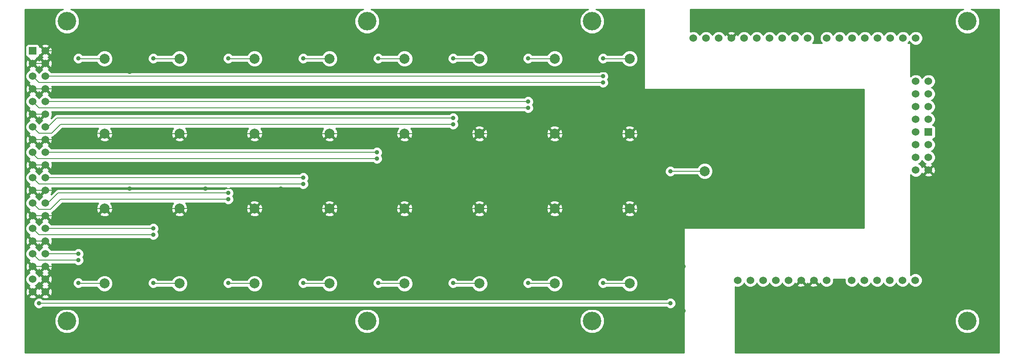
<source format=gbl>
G04 (created by PCBNEW-RS274X (2012-apr-16-27)-stable) date Sun 25 Aug 2013 09:26:46 PM CEST*
G01*
G70*
G90*
%MOIN*%
G04 Gerber Fmt 3.4, Leading zero omitted, Abs format*
%FSLAX34Y34*%
G04 APERTURE LIST*
%ADD10C,0.006000*%
%ADD11C,0.078700*%
%ADD12R,0.060000X0.060000*%
%ADD13C,0.060000*%
%ADD14C,0.145700*%
%ADD15C,0.035000*%
%ADD16C,0.008000*%
%ADD17C,0.010000*%
G04 APERTURE END LIST*
G54D10*
G54D11*
X62992Y-35433D03*
X62992Y-23622D03*
X57087Y-23622D03*
X51181Y-23622D03*
X45276Y-23622D03*
X39370Y-23622D03*
X33465Y-23622D03*
X27559Y-23622D03*
X21654Y-23622D03*
X21654Y-41339D03*
X57087Y-35433D03*
X51181Y-35433D03*
X45276Y-35433D03*
X39370Y-35433D03*
X33465Y-35433D03*
X27559Y-35433D03*
X21654Y-35433D03*
X21654Y-29528D03*
X68898Y-32480D03*
X62992Y-29528D03*
X57087Y-29528D03*
X51181Y-29528D03*
X45276Y-29528D03*
X39370Y-29528D03*
X33465Y-29528D03*
X27559Y-29528D03*
X62992Y-41339D03*
X57087Y-41339D03*
X51181Y-41339D03*
X45276Y-41339D03*
X39370Y-41339D03*
X33465Y-41339D03*
X27559Y-41339D03*
G54D12*
X16000Y-23000D03*
G54D13*
X17000Y-23000D03*
X16000Y-28000D03*
X17000Y-24000D03*
X16000Y-29000D03*
X17000Y-25000D03*
X16000Y-30000D03*
X17000Y-26000D03*
X16000Y-31000D03*
X17000Y-27000D03*
X16000Y-32000D03*
X17000Y-28000D03*
X16000Y-33000D03*
X17000Y-29000D03*
X16000Y-34000D03*
X17000Y-30000D03*
X16000Y-35000D03*
X17000Y-31000D03*
X16000Y-36000D03*
X17000Y-32000D03*
X16000Y-37000D03*
X17000Y-33000D03*
X16000Y-38000D03*
X17000Y-34000D03*
X17000Y-35000D03*
X16000Y-39000D03*
X17000Y-36000D03*
X17000Y-38000D03*
X17000Y-39000D03*
X17000Y-40000D03*
X17000Y-41000D03*
X16000Y-40000D03*
X16000Y-41000D03*
X16000Y-24000D03*
X16000Y-25000D03*
X16000Y-26000D03*
X16000Y-27000D03*
X16000Y-42000D03*
X17000Y-42000D03*
X17000Y-37000D03*
X71490Y-41080D03*
X72490Y-41080D03*
X73490Y-41080D03*
X74490Y-41080D03*
X75490Y-41080D03*
X76490Y-41080D03*
X77490Y-41080D03*
X78490Y-41080D03*
X80480Y-41080D03*
X81480Y-41080D03*
X82480Y-41080D03*
X83480Y-41080D03*
X84480Y-41080D03*
X85480Y-41080D03*
X85510Y-30400D03*
X85510Y-31400D03*
X85510Y-32400D03*
X86510Y-32400D03*
X86510Y-31400D03*
X86510Y-30400D03*
X85510Y-22000D03*
X84510Y-22000D03*
X83510Y-22000D03*
X82510Y-22000D03*
X81510Y-22000D03*
X80510Y-22000D03*
X79510Y-22000D03*
X78510Y-22000D03*
X77000Y-22000D03*
X76000Y-22000D03*
X75000Y-22000D03*
X74000Y-22000D03*
X73000Y-22000D03*
X72000Y-22000D03*
X71000Y-22000D03*
X70000Y-22000D03*
X69000Y-22000D03*
X68000Y-22000D03*
G54D12*
X86510Y-29400D03*
G54D13*
X85510Y-29400D03*
X86510Y-28400D03*
X85510Y-28400D03*
X86510Y-27400D03*
X85510Y-27400D03*
X86510Y-26400D03*
X85510Y-26400D03*
X86510Y-25400D03*
X85510Y-25400D03*
G54D14*
X18701Y-20669D03*
X18701Y-44291D03*
X60039Y-20669D03*
X60039Y-44291D03*
X89567Y-20669D03*
X89567Y-44291D03*
X42323Y-20669D03*
X42323Y-44291D03*
G54D15*
X16500Y-42900D03*
X66200Y-42900D03*
X66200Y-32500D03*
X19600Y-41300D03*
X19600Y-39500D03*
X19600Y-39000D03*
X19600Y-23600D03*
X25500Y-37500D03*
X25500Y-41300D03*
X25500Y-37000D03*
X25500Y-23600D03*
X31400Y-34700D03*
X31400Y-41300D03*
X31400Y-34200D03*
X31400Y-23600D03*
X37300Y-33500D03*
X37300Y-41300D03*
X37300Y-23600D03*
X37300Y-33000D03*
X43100Y-31500D03*
X43200Y-41300D03*
X43100Y-31000D03*
X43200Y-23600D03*
X49100Y-28800D03*
X49100Y-41300D03*
X49100Y-23600D03*
X49100Y-28300D03*
X55000Y-41300D03*
X55000Y-27500D03*
X55000Y-27000D03*
X55000Y-23600D03*
X60900Y-25500D03*
X60900Y-41300D03*
X60900Y-23600D03*
X60900Y-25000D03*
X23650Y-33850D03*
X23650Y-29525D03*
X23650Y-35433D03*
X17875Y-43400D03*
X23650Y-43425D03*
X53150Y-23000D03*
X23650Y-40000D03*
X59150Y-40000D03*
X29575Y-40000D03*
X64000Y-25975D03*
X64000Y-29525D03*
X59150Y-29528D03*
X41250Y-43400D03*
X59150Y-35450D03*
X64025Y-24650D03*
X64050Y-22825D03*
X67250Y-43500D03*
X35525Y-23000D03*
X64000Y-35500D03*
X59150Y-43450D03*
X29600Y-33850D03*
X35525Y-33850D03*
X29600Y-43425D03*
X29600Y-23000D03*
X64000Y-43400D03*
X67250Y-35500D03*
X64000Y-40000D03*
X17000Y-43400D03*
X72750Y-29500D03*
X53150Y-43400D03*
X59125Y-26000D03*
X47225Y-43400D03*
X23650Y-24650D03*
X35525Y-26000D03*
X23650Y-26000D03*
X59125Y-23000D03*
X53125Y-26000D03*
X47225Y-35450D03*
X35475Y-29525D03*
X41250Y-40000D03*
X47225Y-26050D03*
X53150Y-29550D03*
X53150Y-40000D03*
X35525Y-35475D03*
X41275Y-26000D03*
X53125Y-35433D03*
X23650Y-23000D03*
X47225Y-40000D03*
X17875Y-23000D03*
X47225Y-29575D03*
X41225Y-29575D03*
X41250Y-35450D03*
X47200Y-23000D03*
X41250Y-23000D03*
X35525Y-43400D03*
X35475Y-40000D03*
X67250Y-40000D03*
X67250Y-29500D03*
X29600Y-35425D03*
X29600Y-26025D03*
X16000Y-43400D03*
X29600Y-29528D03*
X72750Y-35500D03*
G54D16*
X66200Y-42900D02*
X16500Y-42900D01*
X66220Y-32480D02*
X66200Y-32500D01*
X68898Y-32480D02*
X66220Y-32480D01*
X16500Y-39500D02*
X16000Y-39000D01*
X21654Y-41339D02*
X19639Y-41339D01*
X19600Y-39500D02*
X16500Y-39500D01*
X19639Y-41339D02*
X19600Y-41300D01*
X19600Y-39000D02*
X17000Y-39000D01*
X21654Y-23622D02*
X19622Y-23622D01*
X19622Y-23622D02*
X19600Y-23600D01*
X25500Y-37500D02*
X16500Y-37500D01*
X27559Y-41339D02*
X25539Y-41339D01*
X16500Y-37500D02*
X16000Y-37000D01*
X25539Y-41339D02*
X25500Y-41300D01*
X25522Y-23622D02*
X25500Y-23600D01*
X27559Y-23622D02*
X25522Y-23622D01*
X25500Y-37000D02*
X17000Y-37000D01*
X33465Y-41339D02*
X31439Y-41339D01*
X16500Y-35500D02*
X16000Y-35000D01*
X17400Y-35500D02*
X16500Y-35500D01*
X18200Y-34700D02*
X17400Y-35500D01*
X31400Y-34700D02*
X18200Y-34700D01*
X31439Y-41339D02*
X31400Y-41300D01*
X31400Y-34200D02*
X18000Y-34200D01*
X18000Y-34200D02*
X17200Y-35000D01*
X33465Y-23622D02*
X31422Y-23622D01*
X31422Y-23622D02*
X31400Y-23600D01*
X17200Y-35000D02*
X17000Y-35000D01*
X37300Y-33500D02*
X16500Y-33500D01*
X16500Y-33500D02*
X16000Y-33000D01*
X39370Y-41339D02*
X37339Y-41339D01*
X37339Y-41339D02*
X37300Y-41300D01*
X37300Y-33000D02*
X17000Y-33000D01*
X39370Y-23622D02*
X37322Y-23622D01*
X37322Y-23622D02*
X37300Y-23600D01*
X43100Y-31500D02*
X16400Y-31500D01*
X16400Y-31500D02*
X16000Y-31100D01*
X45276Y-41339D02*
X43239Y-41339D01*
X16000Y-31100D02*
X16000Y-31000D01*
X43239Y-41339D02*
X43200Y-41300D01*
X43100Y-31000D02*
X17000Y-31000D01*
X43222Y-23622D02*
X43200Y-23600D01*
X45276Y-23622D02*
X43222Y-23622D01*
X18200Y-28800D02*
X17500Y-29500D01*
X49139Y-41339D02*
X49100Y-41300D01*
X51181Y-41339D02*
X49139Y-41339D01*
X16500Y-29500D02*
X16000Y-29000D01*
X17500Y-29500D02*
X16500Y-29500D01*
X49100Y-28800D02*
X18200Y-28800D01*
X49122Y-23622D02*
X49100Y-23600D01*
X49100Y-28300D02*
X17900Y-28300D01*
X17200Y-29000D02*
X17000Y-29000D01*
X17900Y-28300D02*
X17200Y-29000D01*
X51181Y-23622D02*
X49122Y-23622D01*
X16000Y-27000D02*
X16500Y-27500D01*
X55039Y-41339D02*
X57087Y-41339D01*
X16500Y-27500D02*
X55000Y-27500D01*
X55000Y-41300D02*
X55039Y-41339D01*
X55000Y-27000D02*
X17000Y-27000D01*
X57087Y-23622D02*
X55022Y-23622D01*
X55022Y-23622D02*
X55000Y-23600D01*
X60939Y-41339D02*
X60900Y-41300D01*
X60900Y-25500D02*
X16500Y-25500D01*
X62992Y-41339D02*
X60939Y-41339D01*
X16500Y-25500D02*
X16000Y-25000D01*
X62992Y-23622D02*
X60922Y-23622D01*
X60922Y-23622D02*
X60900Y-23600D01*
X60900Y-25000D02*
X17000Y-25000D01*
X41250Y-40000D02*
X47225Y-40000D01*
X17775Y-33850D02*
X23650Y-33850D01*
X23650Y-29525D02*
X23650Y-29528D01*
X67250Y-35500D02*
X72750Y-35500D01*
X23650Y-35433D02*
X27559Y-35433D01*
X21654Y-35433D02*
X23650Y-35433D01*
X59150Y-29528D02*
X57087Y-29528D01*
X17000Y-36000D02*
X16000Y-36000D01*
X64050Y-22825D02*
X63875Y-23000D01*
X64000Y-43400D02*
X59150Y-43400D01*
X29600Y-43425D02*
X29600Y-43400D01*
X67250Y-43500D02*
X67150Y-43400D01*
X29600Y-29528D02*
X27559Y-29528D01*
X33465Y-29528D02*
X29600Y-29528D01*
X23650Y-43400D02*
X17875Y-43400D01*
X29600Y-43400D02*
X23650Y-43400D01*
X35525Y-43400D02*
X29600Y-43400D01*
X41250Y-43400D02*
X35525Y-43400D01*
X59150Y-35450D02*
X59150Y-35433D01*
X72750Y-29500D02*
X72722Y-29528D01*
X17625Y-34000D02*
X17775Y-33850D01*
X23650Y-33850D02*
X29600Y-33850D01*
X17000Y-34000D02*
X17625Y-34000D01*
X29600Y-33850D02*
X35525Y-33850D01*
X17000Y-32000D02*
X16000Y-32000D01*
X63975Y-26000D02*
X64000Y-25975D01*
X64000Y-29525D02*
X64000Y-29528D01*
X17000Y-26000D02*
X23650Y-26000D01*
X64000Y-29528D02*
X59150Y-29528D01*
X62992Y-29528D02*
X57087Y-29528D01*
X72722Y-29528D02*
X67250Y-29528D01*
X67250Y-29528D02*
X64000Y-29528D01*
X29600Y-26000D02*
X35525Y-26000D01*
X35525Y-26000D02*
X41275Y-26000D01*
X41275Y-26000D02*
X47225Y-26000D01*
X47225Y-26000D02*
X53125Y-26000D01*
X53125Y-26000D02*
X59125Y-26000D01*
X59125Y-26000D02*
X63975Y-26000D01*
X59150Y-40000D02*
X64000Y-40000D01*
X64000Y-40000D02*
X67250Y-40000D01*
X41225Y-29528D02*
X39370Y-29528D01*
X17000Y-38000D02*
X16000Y-38000D01*
X59125Y-23000D02*
X53150Y-23000D01*
X17000Y-34000D02*
X16000Y-34000D01*
X17000Y-26000D02*
X16000Y-26000D01*
X17000Y-28000D02*
X16000Y-28000D01*
X23650Y-26000D02*
X29600Y-26000D01*
X17000Y-40000D02*
X23650Y-40000D01*
X23650Y-40000D02*
X29575Y-40000D01*
X29575Y-40000D02*
X35475Y-40000D01*
X35475Y-40000D02*
X41250Y-40000D01*
X17875Y-43400D02*
X17000Y-43400D01*
X63875Y-23000D02*
X59125Y-23000D01*
X53150Y-23000D02*
X47200Y-23000D01*
X67150Y-43400D02*
X64000Y-43400D01*
X29600Y-35425D02*
X29600Y-35433D01*
X47225Y-40000D02*
X53175Y-40000D01*
X53175Y-40000D02*
X59150Y-40000D01*
X23650Y-43425D02*
X23650Y-43400D01*
X16000Y-40000D02*
X17000Y-40000D01*
X47225Y-35450D02*
X47225Y-35433D01*
X53150Y-40000D02*
X53175Y-40000D01*
X47225Y-26050D02*
X47225Y-26000D01*
X17875Y-23000D02*
X17000Y-23000D01*
X53150Y-29550D02*
X53172Y-29528D01*
X51181Y-35433D02*
X53125Y-35433D01*
X59150Y-43400D02*
X53150Y-43400D01*
X47225Y-43400D02*
X41250Y-43400D01*
X17650Y-24650D02*
X23650Y-24650D01*
X23650Y-24650D02*
X64025Y-24650D01*
X41250Y-23000D02*
X35525Y-23000D01*
X67250Y-29500D02*
X67250Y-29528D01*
X53172Y-29528D02*
X53175Y-29528D01*
X41225Y-29528D02*
X41225Y-29575D01*
X41250Y-35450D02*
X41250Y-35433D01*
X59150Y-43450D02*
X59150Y-43400D01*
X17000Y-24000D02*
X17650Y-24650D01*
X35525Y-35433D02*
X35525Y-35475D01*
X47225Y-35433D02*
X51181Y-35433D01*
X27559Y-29528D02*
X23650Y-29528D01*
X21626Y-29500D02*
X18250Y-29500D01*
X18250Y-29500D02*
X17750Y-30000D01*
X17750Y-30000D02*
X17000Y-30000D01*
X18000Y-36000D02*
X18567Y-35433D01*
X23650Y-29528D02*
X21654Y-29528D01*
X45276Y-35433D02*
X47225Y-35433D01*
X35475Y-29528D02*
X33465Y-29528D01*
X39370Y-29528D02*
X35475Y-29528D01*
X35525Y-35433D02*
X39370Y-35433D01*
X29600Y-23000D02*
X23650Y-23000D01*
X29600Y-35433D02*
X33465Y-35433D01*
X27559Y-35433D02*
X29600Y-35433D01*
X35525Y-23000D02*
X29600Y-23000D01*
X23650Y-23000D02*
X17875Y-23000D01*
X35475Y-29525D02*
X35475Y-29528D01*
X57087Y-29528D02*
X53175Y-29528D01*
X18567Y-35433D02*
X21654Y-35433D01*
X51181Y-29528D02*
X45276Y-29528D01*
X57087Y-35433D02*
X59150Y-35433D01*
X59150Y-35433D02*
X62992Y-35433D01*
X62992Y-35433D02*
X63059Y-35500D01*
X63059Y-35500D02*
X64000Y-35500D01*
X64000Y-35500D02*
X67250Y-35500D01*
X16000Y-43400D02*
X17000Y-43400D01*
X29600Y-26025D02*
X29600Y-26000D01*
X17000Y-30000D02*
X16000Y-30000D01*
X53150Y-43400D02*
X47225Y-43400D01*
X53175Y-29528D02*
X51181Y-29528D01*
X45276Y-29528D02*
X41225Y-29528D01*
X16000Y-24000D02*
X17000Y-24000D01*
X17000Y-36000D02*
X18000Y-36000D01*
X33465Y-35433D02*
X35525Y-35433D01*
X21654Y-29528D02*
X21626Y-29500D01*
X47200Y-23000D02*
X41250Y-23000D01*
X41250Y-35433D02*
X45276Y-35433D01*
X39370Y-35433D02*
X41250Y-35433D01*
X53125Y-35433D02*
X57087Y-35433D01*
G54D10*
G36*
X31279Y-33790D02*
X31160Y-33839D01*
X31089Y-33910D01*
X18000Y-33910D01*
X17889Y-33932D01*
X17795Y-33995D01*
X17465Y-34324D01*
X17433Y-34292D01*
X17472Y-34281D01*
X17543Y-34079D01*
X17532Y-33866D01*
X17500Y-33790D01*
X31279Y-33790D01*
X31279Y-33790D01*
G37*
G54D17*
X31279Y-33790D02*
X31160Y-33839D01*
X31089Y-33910D01*
X18000Y-33910D01*
X17889Y-33932D01*
X17795Y-33995D01*
X17465Y-34324D01*
X17433Y-34292D01*
X17472Y-34281D01*
X17543Y-34079D01*
X17532Y-33866D01*
X17500Y-33790D01*
X31279Y-33790D01*
G54D10*
G36*
X81446Y-36958D02*
X69541Y-36958D01*
X69541Y-32609D01*
X69541Y-32353D01*
X69443Y-32117D01*
X69263Y-31936D01*
X69027Y-31837D01*
X68771Y-31837D01*
X68535Y-31935D01*
X68354Y-32115D01*
X68322Y-32190D01*
X66491Y-32190D01*
X66441Y-32140D01*
X66285Y-32075D01*
X66116Y-32075D01*
X65960Y-32139D01*
X65840Y-32259D01*
X65775Y-32415D01*
X65775Y-32584D01*
X65839Y-32740D01*
X65959Y-32860D01*
X66115Y-32925D01*
X66284Y-32925D01*
X66440Y-32861D01*
X66531Y-32770D01*
X68322Y-32770D01*
X68353Y-32843D01*
X68533Y-33024D01*
X68769Y-33123D01*
X69025Y-33123D01*
X69261Y-33025D01*
X69442Y-32845D01*
X69541Y-32609D01*
X69541Y-36958D01*
X67273Y-36958D01*
X67273Y-46800D01*
X66625Y-46800D01*
X66625Y-42985D01*
X66625Y-42816D01*
X66561Y-42660D01*
X66441Y-42540D01*
X66285Y-42475D01*
X66116Y-42475D01*
X65960Y-42539D01*
X65889Y-42610D01*
X63635Y-42610D01*
X63635Y-41468D01*
X63635Y-41212D01*
X63635Y-23751D01*
X63635Y-23495D01*
X63537Y-23259D01*
X63357Y-23078D01*
X63121Y-22979D01*
X62865Y-22979D01*
X62629Y-23077D01*
X62448Y-23257D01*
X62416Y-23332D01*
X61233Y-23332D01*
X61141Y-23240D01*
X60985Y-23175D01*
X60816Y-23175D01*
X60660Y-23239D01*
X60540Y-23359D01*
X60475Y-23515D01*
X60475Y-23684D01*
X60539Y-23840D01*
X60659Y-23960D01*
X60815Y-24025D01*
X60984Y-24025D01*
X61140Y-23961D01*
X61189Y-23912D01*
X62416Y-23912D01*
X62447Y-23985D01*
X62627Y-24166D01*
X62863Y-24265D01*
X63119Y-24265D01*
X63355Y-24167D01*
X63536Y-23987D01*
X63635Y-23751D01*
X63635Y-41212D01*
X63627Y-41192D01*
X63627Y-35533D01*
X63627Y-29628D01*
X63617Y-29378D01*
X63540Y-29192D01*
X63436Y-29155D01*
X63365Y-29226D01*
X63365Y-29084D01*
X63328Y-28980D01*
X63092Y-28893D01*
X62842Y-28903D01*
X62656Y-28980D01*
X62619Y-29084D01*
X62992Y-29457D01*
X63365Y-29084D01*
X63365Y-29226D01*
X63063Y-29528D01*
X63436Y-29901D01*
X63540Y-29864D01*
X63627Y-29628D01*
X63627Y-35533D01*
X63617Y-35283D01*
X63540Y-35097D01*
X63436Y-35060D01*
X63365Y-35131D01*
X63365Y-34989D01*
X63365Y-29972D01*
X62992Y-29599D01*
X62921Y-29670D01*
X62921Y-29528D01*
X62548Y-29155D01*
X62444Y-29192D01*
X62357Y-29428D01*
X62367Y-29678D01*
X62444Y-29864D01*
X62548Y-29901D01*
X62921Y-29528D01*
X62921Y-29670D01*
X62619Y-29972D01*
X62656Y-30076D01*
X62892Y-30163D01*
X63142Y-30153D01*
X63328Y-30076D01*
X63365Y-29972D01*
X63365Y-34989D01*
X63328Y-34885D01*
X63092Y-34798D01*
X62842Y-34808D01*
X62656Y-34885D01*
X62619Y-34989D01*
X62992Y-35362D01*
X63365Y-34989D01*
X63365Y-35131D01*
X63063Y-35433D01*
X63436Y-35806D01*
X63540Y-35769D01*
X63627Y-35533D01*
X63627Y-41192D01*
X63537Y-40976D01*
X63365Y-40803D01*
X63365Y-35877D01*
X62992Y-35504D01*
X62921Y-35575D01*
X62921Y-35433D01*
X62548Y-35060D01*
X62444Y-35097D01*
X62357Y-35333D01*
X62367Y-35583D01*
X62444Y-35769D01*
X62548Y-35806D01*
X62921Y-35433D01*
X62921Y-35575D01*
X62619Y-35877D01*
X62656Y-35981D01*
X62892Y-36068D01*
X63142Y-36058D01*
X63328Y-35981D01*
X63365Y-35877D01*
X63365Y-40803D01*
X63357Y-40795D01*
X63121Y-40696D01*
X62865Y-40696D01*
X62629Y-40794D01*
X62448Y-40974D01*
X62416Y-41049D01*
X61325Y-41049D01*
X61325Y-25585D01*
X61325Y-25416D01*
X61261Y-25260D01*
X61251Y-25250D01*
X61260Y-25241D01*
X61325Y-25085D01*
X61325Y-24916D01*
X61261Y-24760D01*
X61141Y-24640D01*
X60985Y-24575D01*
X60816Y-24575D01*
X60660Y-24639D01*
X60589Y-24710D01*
X57730Y-24710D01*
X57730Y-23751D01*
X57730Y-23495D01*
X57632Y-23259D01*
X57452Y-23078D01*
X57216Y-22979D01*
X56960Y-22979D01*
X56724Y-23077D01*
X56543Y-23257D01*
X56511Y-23332D01*
X55333Y-23332D01*
X55241Y-23240D01*
X55085Y-23175D01*
X54916Y-23175D01*
X54760Y-23239D01*
X54640Y-23359D01*
X54575Y-23515D01*
X54575Y-23684D01*
X54639Y-23840D01*
X54759Y-23960D01*
X54915Y-24025D01*
X55084Y-24025D01*
X55240Y-23961D01*
X55289Y-23912D01*
X56511Y-23912D01*
X56542Y-23985D01*
X56722Y-24166D01*
X56958Y-24265D01*
X57214Y-24265D01*
X57450Y-24167D01*
X57631Y-23987D01*
X57730Y-23751D01*
X57730Y-24710D01*
X51824Y-24710D01*
X51824Y-23751D01*
X51824Y-23495D01*
X51726Y-23259D01*
X51546Y-23078D01*
X51310Y-22979D01*
X51054Y-22979D01*
X50818Y-23077D01*
X50637Y-23257D01*
X50605Y-23332D01*
X49433Y-23332D01*
X49341Y-23240D01*
X49185Y-23175D01*
X49016Y-23175D01*
X48860Y-23239D01*
X48740Y-23359D01*
X48675Y-23515D01*
X48675Y-23684D01*
X48739Y-23840D01*
X48859Y-23960D01*
X49015Y-24025D01*
X49184Y-24025D01*
X49340Y-23961D01*
X49389Y-23912D01*
X50605Y-23912D01*
X50636Y-23985D01*
X50816Y-24166D01*
X51052Y-24265D01*
X51308Y-24265D01*
X51544Y-24167D01*
X51725Y-23987D01*
X51824Y-23751D01*
X51824Y-24710D01*
X45919Y-24710D01*
X45919Y-23751D01*
X45919Y-23495D01*
X45821Y-23259D01*
X45641Y-23078D01*
X45405Y-22979D01*
X45149Y-22979D01*
X44913Y-23077D01*
X44732Y-23257D01*
X44700Y-23332D01*
X43533Y-23332D01*
X43441Y-23240D01*
X43285Y-23175D01*
X43116Y-23175D01*
X42960Y-23239D01*
X42840Y-23359D01*
X42775Y-23515D01*
X42775Y-23684D01*
X42839Y-23840D01*
X42959Y-23960D01*
X43115Y-24025D01*
X43284Y-24025D01*
X43440Y-23961D01*
X43489Y-23912D01*
X44700Y-23912D01*
X44731Y-23985D01*
X44911Y-24166D01*
X45147Y-24265D01*
X45403Y-24265D01*
X45639Y-24167D01*
X45820Y-23987D01*
X45919Y-23751D01*
X45919Y-24710D01*
X40013Y-24710D01*
X40013Y-23751D01*
X40013Y-23495D01*
X39915Y-23259D01*
X39735Y-23078D01*
X39499Y-22979D01*
X39243Y-22979D01*
X39007Y-23077D01*
X38826Y-23257D01*
X38794Y-23332D01*
X37633Y-23332D01*
X37541Y-23240D01*
X37385Y-23175D01*
X37216Y-23175D01*
X37060Y-23239D01*
X36940Y-23359D01*
X36875Y-23515D01*
X36875Y-23684D01*
X36939Y-23840D01*
X37059Y-23960D01*
X37215Y-24025D01*
X37384Y-24025D01*
X37540Y-23961D01*
X37589Y-23912D01*
X38794Y-23912D01*
X38825Y-23985D01*
X39005Y-24166D01*
X39241Y-24265D01*
X39497Y-24265D01*
X39733Y-24167D01*
X39914Y-23987D01*
X40013Y-23751D01*
X40013Y-24710D01*
X34108Y-24710D01*
X34108Y-23751D01*
X34108Y-23495D01*
X34010Y-23259D01*
X33830Y-23078D01*
X33594Y-22979D01*
X33338Y-22979D01*
X33102Y-23077D01*
X32921Y-23257D01*
X32889Y-23332D01*
X31733Y-23332D01*
X31641Y-23240D01*
X31485Y-23175D01*
X31316Y-23175D01*
X31160Y-23239D01*
X31040Y-23359D01*
X30975Y-23515D01*
X30975Y-23684D01*
X31039Y-23840D01*
X31159Y-23960D01*
X31315Y-24025D01*
X31484Y-24025D01*
X31640Y-23961D01*
X31689Y-23912D01*
X32889Y-23912D01*
X32920Y-23985D01*
X33100Y-24166D01*
X33336Y-24265D01*
X33592Y-24265D01*
X33828Y-24167D01*
X34009Y-23987D01*
X34108Y-23751D01*
X34108Y-24710D01*
X28202Y-24710D01*
X28202Y-23751D01*
X28202Y-23495D01*
X28104Y-23259D01*
X27924Y-23078D01*
X27688Y-22979D01*
X27432Y-22979D01*
X27196Y-23077D01*
X27015Y-23257D01*
X26983Y-23332D01*
X25833Y-23332D01*
X25741Y-23240D01*
X25585Y-23175D01*
X25416Y-23175D01*
X25260Y-23239D01*
X25140Y-23359D01*
X25075Y-23515D01*
X25075Y-23684D01*
X25139Y-23840D01*
X25259Y-23960D01*
X25415Y-24025D01*
X25584Y-24025D01*
X25740Y-23961D01*
X25789Y-23912D01*
X26983Y-23912D01*
X27014Y-23985D01*
X27194Y-24166D01*
X27430Y-24265D01*
X27686Y-24265D01*
X27922Y-24167D01*
X28103Y-23987D01*
X28202Y-23751D01*
X28202Y-24710D01*
X22297Y-24710D01*
X22297Y-23751D01*
X22297Y-23495D01*
X22199Y-23259D01*
X22019Y-23078D01*
X21783Y-22979D01*
X21527Y-22979D01*
X21291Y-23077D01*
X21110Y-23257D01*
X21078Y-23332D01*
X19933Y-23332D01*
X19841Y-23240D01*
X19685Y-23175D01*
X19516Y-23175D01*
X19360Y-23239D01*
X19240Y-23359D01*
X19175Y-23515D01*
X19175Y-23684D01*
X19239Y-23840D01*
X19359Y-23960D01*
X19515Y-24025D01*
X19684Y-24025D01*
X19840Y-23961D01*
X19889Y-23912D01*
X21078Y-23912D01*
X21109Y-23985D01*
X21289Y-24166D01*
X21525Y-24265D01*
X21781Y-24265D01*
X22017Y-24167D01*
X22198Y-23987D01*
X22297Y-23751D01*
X22297Y-24710D01*
X17543Y-24710D01*
X17543Y-24079D01*
X17543Y-23079D01*
X17532Y-22866D01*
X17472Y-22719D01*
X17378Y-22692D01*
X17308Y-22762D01*
X17308Y-22622D01*
X17281Y-22528D01*
X17079Y-22457D01*
X16866Y-22468D01*
X16719Y-22528D01*
X16692Y-22622D01*
X17000Y-22929D01*
X17308Y-22622D01*
X17308Y-22762D01*
X17071Y-23000D01*
X17378Y-23308D01*
X17472Y-23281D01*
X17543Y-23079D01*
X17543Y-24079D01*
X17532Y-23866D01*
X17472Y-23719D01*
X17378Y-23692D01*
X17308Y-23762D01*
X17308Y-23622D01*
X17281Y-23528D01*
X17207Y-23502D01*
X17281Y-23472D01*
X17308Y-23378D01*
X17000Y-23071D01*
X16929Y-23141D01*
X16929Y-23000D01*
X16622Y-22692D01*
X16549Y-22712D01*
X16549Y-22651D01*
X16511Y-22559D01*
X16441Y-22489D01*
X16350Y-22451D01*
X16251Y-22451D01*
X15651Y-22451D01*
X15559Y-22489D01*
X15489Y-22559D01*
X15451Y-22650D01*
X15451Y-22749D01*
X15451Y-23349D01*
X15489Y-23441D01*
X15559Y-23511D01*
X15650Y-23549D01*
X15712Y-23549D01*
X15692Y-23622D01*
X16000Y-23929D01*
X16308Y-23622D01*
X16287Y-23549D01*
X16349Y-23549D01*
X16441Y-23511D01*
X16511Y-23441D01*
X16549Y-23350D01*
X16549Y-23287D01*
X16622Y-23308D01*
X16929Y-23000D01*
X16929Y-23141D01*
X16692Y-23378D01*
X16719Y-23472D01*
X16792Y-23497D01*
X16719Y-23528D01*
X16692Y-23622D01*
X17000Y-23929D01*
X17308Y-23622D01*
X17308Y-23762D01*
X17071Y-24000D01*
X17378Y-24308D01*
X17472Y-24281D01*
X17543Y-24079D01*
X17543Y-24710D01*
X17473Y-24710D01*
X17465Y-24689D01*
X17311Y-24535D01*
X17219Y-24497D01*
X17281Y-24472D01*
X17308Y-24378D01*
X17000Y-24071D01*
X16929Y-24141D01*
X16929Y-24000D01*
X16622Y-23692D01*
X16528Y-23719D01*
X16502Y-23792D01*
X16472Y-23719D01*
X16378Y-23692D01*
X16071Y-24000D01*
X16378Y-24308D01*
X16472Y-24281D01*
X16497Y-24207D01*
X16528Y-24281D01*
X16622Y-24308D01*
X16929Y-24000D01*
X16929Y-24141D01*
X16692Y-24378D01*
X16719Y-24472D01*
X16784Y-24495D01*
X16689Y-24535D01*
X16535Y-24689D01*
X16500Y-24773D01*
X16465Y-24689D01*
X16311Y-24535D01*
X16219Y-24497D01*
X16281Y-24472D01*
X16308Y-24378D01*
X16000Y-24071D01*
X15929Y-24141D01*
X15929Y-24000D01*
X15622Y-23692D01*
X15528Y-23719D01*
X15457Y-23921D01*
X15468Y-24134D01*
X15528Y-24281D01*
X15622Y-24308D01*
X15929Y-24000D01*
X15929Y-24141D01*
X15692Y-24378D01*
X15719Y-24472D01*
X15784Y-24495D01*
X15689Y-24535D01*
X15535Y-24689D01*
X15451Y-24891D01*
X15451Y-25109D01*
X15535Y-25311D01*
X15689Y-25465D01*
X15780Y-25502D01*
X15719Y-25528D01*
X15692Y-25622D01*
X15965Y-25894D01*
X16000Y-25929D01*
X16071Y-26000D01*
X16106Y-26035D01*
X16378Y-26308D01*
X16472Y-26281D01*
X16497Y-26207D01*
X16528Y-26281D01*
X16622Y-26308D01*
X16894Y-26035D01*
X16929Y-26000D01*
X17000Y-25929D01*
X17071Y-26000D01*
X17106Y-26035D01*
X17378Y-26308D01*
X17472Y-26281D01*
X17543Y-26079D01*
X17532Y-25866D01*
X17500Y-25790D01*
X60589Y-25790D01*
X60659Y-25860D01*
X60815Y-25925D01*
X60984Y-25925D01*
X61140Y-25861D01*
X61260Y-25741D01*
X61325Y-25585D01*
X61325Y-41049D01*
X61250Y-41049D01*
X61141Y-40940D01*
X60985Y-40875D01*
X60816Y-40875D01*
X60660Y-40939D01*
X60540Y-41059D01*
X60475Y-41215D01*
X60475Y-41384D01*
X60539Y-41540D01*
X60659Y-41660D01*
X60815Y-41725D01*
X60984Y-41725D01*
X61140Y-41661D01*
X61172Y-41629D01*
X62416Y-41629D01*
X62447Y-41702D01*
X62627Y-41883D01*
X62863Y-41982D01*
X63119Y-41982D01*
X63355Y-41884D01*
X63536Y-41704D01*
X63635Y-41468D01*
X63635Y-42610D01*
X57730Y-42610D01*
X57730Y-41468D01*
X57730Y-41212D01*
X57722Y-41192D01*
X57722Y-35533D01*
X57722Y-29628D01*
X57712Y-29378D01*
X57635Y-29192D01*
X57531Y-29155D01*
X57460Y-29226D01*
X57460Y-29084D01*
X57423Y-28980D01*
X57187Y-28893D01*
X56937Y-28903D01*
X56751Y-28980D01*
X56714Y-29084D01*
X57087Y-29457D01*
X57460Y-29084D01*
X57460Y-29226D01*
X57158Y-29528D01*
X57531Y-29901D01*
X57635Y-29864D01*
X57722Y-29628D01*
X57722Y-35533D01*
X57712Y-35283D01*
X57635Y-35097D01*
X57531Y-35060D01*
X57460Y-35131D01*
X57460Y-34989D01*
X57460Y-29972D01*
X57087Y-29599D01*
X57016Y-29670D01*
X57016Y-29528D01*
X56643Y-29155D01*
X56539Y-29192D01*
X56452Y-29428D01*
X56462Y-29678D01*
X56539Y-29864D01*
X56643Y-29901D01*
X57016Y-29528D01*
X57016Y-29670D01*
X56714Y-29972D01*
X56751Y-30076D01*
X56987Y-30163D01*
X57237Y-30153D01*
X57423Y-30076D01*
X57460Y-29972D01*
X57460Y-34989D01*
X57423Y-34885D01*
X57187Y-34798D01*
X56937Y-34808D01*
X56751Y-34885D01*
X56714Y-34989D01*
X57087Y-35362D01*
X57460Y-34989D01*
X57460Y-35131D01*
X57158Y-35433D01*
X57531Y-35806D01*
X57635Y-35769D01*
X57722Y-35533D01*
X57722Y-41192D01*
X57632Y-40976D01*
X57460Y-40803D01*
X57460Y-35877D01*
X57087Y-35504D01*
X57016Y-35575D01*
X57016Y-35433D01*
X56643Y-35060D01*
X56539Y-35097D01*
X56452Y-35333D01*
X56462Y-35583D01*
X56539Y-35769D01*
X56643Y-35806D01*
X57016Y-35433D01*
X57016Y-35575D01*
X56714Y-35877D01*
X56751Y-35981D01*
X56987Y-36068D01*
X57237Y-36058D01*
X57423Y-35981D01*
X57460Y-35877D01*
X57460Y-40803D01*
X57452Y-40795D01*
X57216Y-40696D01*
X56960Y-40696D01*
X56724Y-40794D01*
X56543Y-40974D01*
X56511Y-41049D01*
X55425Y-41049D01*
X55425Y-27585D01*
X55425Y-27416D01*
X55361Y-27260D01*
X55351Y-27250D01*
X55360Y-27241D01*
X55425Y-27085D01*
X55425Y-26916D01*
X55361Y-26760D01*
X55241Y-26640D01*
X55085Y-26575D01*
X54916Y-26575D01*
X54760Y-26639D01*
X54689Y-26710D01*
X17473Y-26710D01*
X17465Y-26689D01*
X17311Y-26535D01*
X17219Y-26497D01*
X17281Y-26472D01*
X17308Y-26378D01*
X17000Y-26071D01*
X16692Y-26378D01*
X16719Y-26472D01*
X16784Y-26495D01*
X16689Y-26535D01*
X16535Y-26689D01*
X16500Y-26773D01*
X16465Y-26689D01*
X16311Y-26535D01*
X16219Y-26497D01*
X16281Y-26472D01*
X16308Y-26378D01*
X16000Y-26071D01*
X15929Y-26141D01*
X15929Y-26000D01*
X15622Y-25692D01*
X15528Y-25719D01*
X15457Y-25921D01*
X15468Y-26134D01*
X15528Y-26281D01*
X15622Y-26308D01*
X15929Y-26000D01*
X15929Y-26141D01*
X15692Y-26378D01*
X15719Y-26472D01*
X15784Y-26495D01*
X15689Y-26535D01*
X15535Y-26689D01*
X15451Y-26891D01*
X15451Y-27109D01*
X15535Y-27311D01*
X15689Y-27465D01*
X15780Y-27502D01*
X15719Y-27528D01*
X15692Y-27622D01*
X15965Y-27894D01*
X16000Y-27929D01*
X16071Y-28000D01*
X16106Y-28035D01*
X16378Y-28308D01*
X16472Y-28281D01*
X16497Y-28207D01*
X16528Y-28281D01*
X16622Y-28308D01*
X16894Y-28035D01*
X16929Y-28000D01*
X17000Y-27929D01*
X17071Y-28000D01*
X17000Y-28071D01*
X16692Y-28378D01*
X16719Y-28472D01*
X16784Y-28495D01*
X16689Y-28535D01*
X16535Y-28689D01*
X16500Y-28773D01*
X16465Y-28689D01*
X16311Y-28535D01*
X16219Y-28497D01*
X16281Y-28472D01*
X16308Y-28378D01*
X16000Y-28071D01*
X15929Y-28141D01*
X15929Y-28000D01*
X15622Y-27692D01*
X15528Y-27719D01*
X15457Y-27921D01*
X15468Y-28134D01*
X15528Y-28281D01*
X15622Y-28308D01*
X15929Y-28000D01*
X15929Y-28141D01*
X15692Y-28378D01*
X15719Y-28472D01*
X15784Y-28495D01*
X15689Y-28535D01*
X15535Y-28689D01*
X15451Y-28891D01*
X15451Y-29109D01*
X15535Y-29311D01*
X15689Y-29465D01*
X15780Y-29502D01*
X15719Y-29528D01*
X15692Y-29622D01*
X15965Y-29894D01*
X16000Y-29929D01*
X16071Y-30000D01*
X16106Y-30035D01*
X16378Y-30308D01*
X16472Y-30281D01*
X16497Y-30207D01*
X16528Y-30281D01*
X16622Y-30308D01*
X16894Y-30035D01*
X16929Y-30000D01*
X17000Y-29929D01*
X17071Y-30000D01*
X17106Y-30035D01*
X17378Y-30308D01*
X17472Y-30281D01*
X17543Y-30079D01*
X17532Y-29866D01*
X17500Y-29790D01*
X17500Y-29789D01*
X17611Y-29768D01*
X17705Y-29705D01*
X18320Y-29090D01*
X21167Y-29090D01*
X21121Y-29136D01*
X21158Y-29173D01*
X21106Y-29192D01*
X21019Y-29428D01*
X21029Y-29678D01*
X21106Y-29864D01*
X21210Y-29901D01*
X21548Y-29563D01*
X21583Y-29528D01*
X21654Y-29457D01*
X21725Y-29528D01*
X21760Y-29563D01*
X22098Y-29901D01*
X22202Y-29864D01*
X22289Y-29628D01*
X22279Y-29378D01*
X22202Y-29192D01*
X22149Y-29173D01*
X22187Y-29136D01*
X22141Y-29090D01*
X27072Y-29090D01*
X27026Y-29136D01*
X27063Y-29173D01*
X27011Y-29192D01*
X26924Y-29428D01*
X26934Y-29678D01*
X27011Y-29864D01*
X27115Y-29901D01*
X27453Y-29563D01*
X27488Y-29528D01*
X27559Y-29457D01*
X27630Y-29528D01*
X27665Y-29563D01*
X28003Y-29901D01*
X28107Y-29864D01*
X28194Y-29628D01*
X28184Y-29378D01*
X28107Y-29192D01*
X28054Y-29173D01*
X28092Y-29136D01*
X28046Y-29090D01*
X32978Y-29090D01*
X32932Y-29136D01*
X32969Y-29173D01*
X32917Y-29192D01*
X32830Y-29428D01*
X32840Y-29678D01*
X32917Y-29864D01*
X33021Y-29901D01*
X33359Y-29563D01*
X33394Y-29528D01*
X33465Y-29457D01*
X33536Y-29528D01*
X33571Y-29563D01*
X33909Y-29901D01*
X34013Y-29864D01*
X34100Y-29628D01*
X34090Y-29378D01*
X34013Y-29192D01*
X33960Y-29173D01*
X33998Y-29136D01*
X33952Y-29090D01*
X38883Y-29090D01*
X38837Y-29136D01*
X38874Y-29173D01*
X38822Y-29192D01*
X38735Y-29428D01*
X38745Y-29678D01*
X38822Y-29864D01*
X38926Y-29901D01*
X39264Y-29563D01*
X39299Y-29528D01*
X39370Y-29457D01*
X39441Y-29528D01*
X39476Y-29563D01*
X39814Y-29901D01*
X39918Y-29864D01*
X40005Y-29628D01*
X39995Y-29378D01*
X39918Y-29192D01*
X39865Y-29173D01*
X39903Y-29136D01*
X39857Y-29090D01*
X44789Y-29090D01*
X44743Y-29136D01*
X44780Y-29173D01*
X44728Y-29192D01*
X44641Y-29428D01*
X44651Y-29678D01*
X44728Y-29864D01*
X44832Y-29901D01*
X45170Y-29563D01*
X45205Y-29528D01*
X45276Y-29457D01*
X45347Y-29528D01*
X45382Y-29563D01*
X45720Y-29901D01*
X45824Y-29864D01*
X45911Y-29628D01*
X45901Y-29378D01*
X45824Y-29192D01*
X45771Y-29173D01*
X45809Y-29136D01*
X45763Y-29090D01*
X48789Y-29090D01*
X48859Y-29160D01*
X49015Y-29225D01*
X49184Y-29225D01*
X49340Y-29161D01*
X49460Y-29041D01*
X49525Y-28885D01*
X49525Y-28716D01*
X49461Y-28560D01*
X49451Y-28550D01*
X49460Y-28541D01*
X49525Y-28385D01*
X49525Y-28216D01*
X49461Y-28060D01*
X49341Y-27940D01*
X49185Y-27875D01*
X49016Y-27875D01*
X48860Y-27939D01*
X48789Y-28010D01*
X17900Y-28010D01*
X17789Y-28032D01*
X17695Y-28095D01*
X17694Y-28095D01*
X17694Y-28096D01*
X17465Y-28324D01*
X17433Y-28292D01*
X17472Y-28281D01*
X17543Y-28079D01*
X17532Y-27866D01*
X17500Y-27790D01*
X54689Y-27790D01*
X54759Y-27860D01*
X54915Y-27925D01*
X55084Y-27925D01*
X55240Y-27861D01*
X55360Y-27741D01*
X55425Y-27585D01*
X55425Y-41049D01*
X55350Y-41049D01*
X55241Y-40940D01*
X55085Y-40875D01*
X54916Y-40875D01*
X54760Y-40939D01*
X54640Y-41059D01*
X54575Y-41215D01*
X54575Y-41384D01*
X54639Y-41540D01*
X54759Y-41660D01*
X54915Y-41725D01*
X55084Y-41725D01*
X55240Y-41661D01*
X55272Y-41629D01*
X56511Y-41629D01*
X56542Y-41702D01*
X56722Y-41883D01*
X56958Y-41982D01*
X57214Y-41982D01*
X57450Y-41884D01*
X57631Y-41704D01*
X57730Y-41468D01*
X57730Y-42610D01*
X51824Y-42610D01*
X51824Y-41468D01*
X51824Y-41212D01*
X51816Y-41192D01*
X51816Y-35533D01*
X51816Y-29628D01*
X51806Y-29378D01*
X51729Y-29192D01*
X51625Y-29155D01*
X51554Y-29226D01*
X51554Y-29084D01*
X51517Y-28980D01*
X51281Y-28893D01*
X51031Y-28903D01*
X50845Y-28980D01*
X50808Y-29084D01*
X51181Y-29457D01*
X51554Y-29084D01*
X51554Y-29226D01*
X51252Y-29528D01*
X51625Y-29901D01*
X51729Y-29864D01*
X51816Y-29628D01*
X51816Y-35533D01*
X51806Y-35283D01*
X51729Y-35097D01*
X51625Y-35060D01*
X51554Y-35131D01*
X51554Y-34989D01*
X51554Y-29972D01*
X51181Y-29599D01*
X51110Y-29670D01*
X51110Y-29528D01*
X50737Y-29155D01*
X50633Y-29192D01*
X50546Y-29428D01*
X50556Y-29678D01*
X50633Y-29864D01*
X50737Y-29901D01*
X51110Y-29528D01*
X51110Y-29670D01*
X50808Y-29972D01*
X50845Y-30076D01*
X51081Y-30163D01*
X51331Y-30153D01*
X51517Y-30076D01*
X51554Y-29972D01*
X51554Y-34989D01*
X51517Y-34885D01*
X51281Y-34798D01*
X51031Y-34808D01*
X50845Y-34885D01*
X50808Y-34989D01*
X51181Y-35362D01*
X51554Y-34989D01*
X51554Y-35131D01*
X51252Y-35433D01*
X51625Y-35806D01*
X51729Y-35769D01*
X51816Y-35533D01*
X51816Y-41192D01*
X51726Y-40976D01*
X51554Y-40803D01*
X51554Y-35877D01*
X51181Y-35504D01*
X51110Y-35575D01*
X51110Y-35433D01*
X50737Y-35060D01*
X50633Y-35097D01*
X50546Y-35333D01*
X50556Y-35583D01*
X50633Y-35769D01*
X50737Y-35806D01*
X51110Y-35433D01*
X51110Y-35575D01*
X50808Y-35877D01*
X50845Y-35981D01*
X51081Y-36068D01*
X51331Y-36058D01*
X51517Y-35981D01*
X51554Y-35877D01*
X51554Y-40803D01*
X51546Y-40795D01*
X51310Y-40696D01*
X51054Y-40696D01*
X50818Y-40794D01*
X50637Y-40974D01*
X50605Y-41049D01*
X49525Y-41049D01*
X49450Y-41049D01*
X49341Y-40940D01*
X49185Y-40875D01*
X49016Y-40875D01*
X48860Y-40939D01*
X48740Y-41059D01*
X48675Y-41215D01*
X48675Y-41384D01*
X48739Y-41540D01*
X48859Y-41660D01*
X49015Y-41725D01*
X49184Y-41725D01*
X49340Y-41661D01*
X49372Y-41629D01*
X50605Y-41629D01*
X50636Y-41702D01*
X50816Y-41883D01*
X51052Y-41982D01*
X51308Y-41982D01*
X51544Y-41884D01*
X51725Y-41704D01*
X51824Y-41468D01*
X51824Y-42610D01*
X45919Y-42610D01*
X45919Y-41468D01*
X45919Y-41212D01*
X45911Y-41192D01*
X45911Y-35533D01*
X45901Y-35283D01*
X45824Y-35097D01*
X45720Y-35060D01*
X45649Y-35131D01*
X45649Y-34989D01*
X45649Y-29972D01*
X45276Y-29599D01*
X45205Y-29670D01*
X44903Y-29972D01*
X44940Y-30076D01*
X45176Y-30163D01*
X45426Y-30153D01*
X45612Y-30076D01*
X45649Y-29972D01*
X45649Y-34989D01*
X45612Y-34885D01*
X45376Y-34798D01*
X45126Y-34808D01*
X44940Y-34885D01*
X44903Y-34989D01*
X45276Y-35362D01*
X45649Y-34989D01*
X45649Y-35131D01*
X45347Y-35433D01*
X45720Y-35806D01*
X45824Y-35769D01*
X45911Y-35533D01*
X45911Y-41192D01*
X45821Y-40976D01*
X45649Y-40803D01*
X45649Y-35877D01*
X45276Y-35504D01*
X45205Y-35575D01*
X45205Y-35433D01*
X44832Y-35060D01*
X44728Y-35097D01*
X44641Y-35333D01*
X44651Y-35583D01*
X44728Y-35769D01*
X44832Y-35806D01*
X45205Y-35433D01*
X45205Y-35575D01*
X44903Y-35877D01*
X44940Y-35981D01*
X45176Y-36068D01*
X45426Y-36058D01*
X45612Y-35981D01*
X45649Y-35877D01*
X45649Y-40803D01*
X45641Y-40795D01*
X45405Y-40696D01*
X45149Y-40696D01*
X44913Y-40794D01*
X44732Y-40974D01*
X44700Y-41049D01*
X43550Y-41049D01*
X43525Y-41024D01*
X43525Y-31585D01*
X43525Y-31416D01*
X43461Y-31260D01*
X43451Y-31250D01*
X43460Y-31241D01*
X43525Y-31085D01*
X43525Y-30916D01*
X43461Y-30760D01*
X43341Y-30640D01*
X43185Y-30575D01*
X43016Y-30575D01*
X42860Y-30639D01*
X42789Y-30710D01*
X40005Y-30710D01*
X39743Y-30710D01*
X39743Y-29972D01*
X39370Y-29599D01*
X39299Y-29670D01*
X38997Y-29972D01*
X39034Y-30076D01*
X39270Y-30163D01*
X39520Y-30153D01*
X39706Y-30076D01*
X39743Y-29972D01*
X39743Y-30710D01*
X34100Y-30710D01*
X33838Y-30710D01*
X33838Y-29972D01*
X33465Y-29599D01*
X33394Y-29670D01*
X33092Y-29972D01*
X33129Y-30076D01*
X33365Y-30163D01*
X33615Y-30153D01*
X33801Y-30076D01*
X33838Y-29972D01*
X33838Y-30710D01*
X28194Y-30710D01*
X27932Y-30710D01*
X27932Y-29972D01*
X27559Y-29599D01*
X27488Y-29670D01*
X27186Y-29972D01*
X27223Y-30076D01*
X27459Y-30163D01*
X27709Y-30153D01*
X27895Y-30076D01*
X27932Y-29972D01*
X27932Y-30710D01*
X22289Y-30710D01*
X22027Y-30710D01*
X22027Y-29972D01*
X21654Y-29599D01*
X21583Y-29670D01*
X21281Y-29972D01*
X21318Y-30076D01*
X21554Y-30163D01*
X21804Y-30153D01*
X21990Y-30076D01*
X22027Y-29972D01*
X22027Y-30710D01*
X17473Y-30710D01*
X17465Y-30689D01*
X17311Y-30535D01*
X17219Y-30497D01*
X17281Y-30472D01*
X17308Y-30378D01*
X17000Y-30071D01*
X16692Y-30378D01*
X16719Y-30472D01*
X16784Y-30495D01*
X16689Y-30535D01*
X16535Y-30689D01*
X16500Y-30773D01*
X16465Y-30689D01*
X16311Y-30535D01*
X16219Y-30497D01*
X16281Y-30472D01*
X16308Y-30378D01*
X16000Y-30071D01*
X15929Y-30141D01*
X15929Y-30000D01*
X15622Y-29692D01*
X15528Y-29719D01*
X15457Y-29921D01*
X15468Y-30134D01*
X15528Y-30281D01*
X15622Y-30308D01*
X15929Y-30000D01*
X15929Y-30141D01*
X15692Y-30378D01*
X15719Y-30472D01*
X15784Y-30495D01*
X15689Y-30535D01*
X15535Y-30689D01*
X15451Y-30891D01*
X15451Y-31109D01*
X15535Y-31311D01*
X15689Y-31465D01*
X15780Y-31502D01*
X15719Y-31528D01*
X15692Y-31622D01*
X15965Y-31894D01*
X16000Y-31929D01*
X16071Y-32000D01*
X16106Y-32035D01*
X16378Y-32308D01*
X16472Y-32281D01*
X16497Y-32207D01*
X16528Y-32281D01*
X16622Y-32308D01*
X16894Y-32035D01*
X16929Y-32000D01*
X17000Y-31929D01*
X17071Y-32000D01*
X17106Y-32035D01*
X17378Y-32308D01*
X17472Y-32281D01*
X17543Y-32079D01*
X17532Y-31866D01*
X17500Y-31790D01*
X42789Y-31790D01*
X42859Y-31860D01*
X43015Y-31925D01*
X43184Y-31925D01*
X43340Y-31861D01*
X43460Y-31741D01*
X43525Y-31585D01*
X43525Y-41024D01*
X43441Y-40940D01*
X43285Y-40875D01*
X43116Y-40875D01*
X42960Y-40939D01*
X42840Y-41059D01*
X42775Y-41215D01*
X42775Y-41384D01*
X42839Y-41540D01*
X42959Y-41660D01*
X43115Y-41725D01*
X43284Y-41725D01*
X43440Y-41661D01*
X43472Y-41629D01*
X44700Y-41629D01*
X44731Y-41702D01*
X44911Y-41883D01*
X45147Y-41982D01*
X45403Y-41982D01*
X45639Y-41884D01*
X45820Y-41704D01*
X45919Y-41468D01*
X45919Y-42610D01*
X40013Y-42610D01*
X40013Y-41468D01*
X40013Y-41212D01*
X40005Y-41192D01*
X40005Y-35533D01*
X39995Y-35283D01*
X39918Y-35097D01*
X39814Y-35060D01*
X39743Y-35131D01*
X39743Y-34989D01*
X39706Y-34885D01*
X39470Y-34798D01*
X39220Y-34808D01*
X39034Y-34885D01*
X38997Y-34989D01*
X39370Y-35362D01*
X39743Y-34989D01*
X39743Y-35131D01*
X39441Y-35433D01*
X39814Y-35806D01*
X39918Y-35769D01*
X40005Y-35533D01*
X40005Y-41192D01*
X39915Y-40976D01*
X39743Y-40803D01*
X39743Y-35877D01*
X39370Y-35504D01*
X39299Y-35575D01*
X39299Y-35433D01*
X38926Y-35060D01*
X38822Y-35097D01*
X38735Y-35333D01*
X38745Y-35583D01*
X38822Y-35769D01*
X38926Y-35806D01*
X39299Y-35433D01*
X39299Y-35575D01*
X38997Y-35877D01*
X39034Y-35981D01*
X39270Y-36068D01*
X39520Y-36058D01*
X39706Y-35981D01*
X39743Y-35877D01*
X39743Y-40803D01*
X39735Y-40795D01*
X39499Y-40696D01*
X39243Y-40696D01*
X39007Y-40794D01*
X38826Y-40974D01*
X38794Y-41049D01*
X37725Y-41049D01*
X37725Y-33585D01*
X37725Y-33416D01*
X37661Y-33260D01*
X37651Y-33250D01*
X37660Y-33241D01*
X37725Y-33085D01*
X37725Y-32916D01*
X37661Y-32760D01*
X37541Y-32640D01*
X37385Y-32575D01*
X37216Y-32575D01*
X37060Y-32639D01*
X36989Y-32710D01*
X17473Y-32710D01*
X17465Y-32689D01*
X17311Y-32535D01*
X17219Y-32497D01*
X17281Y-32472D01*
X17308Y-32378D01*
X17000Y-32071D01*
X16692Y-32378D01*
X16719Y-32472D01*
X16784Y-32495D01*
X16689Y-32535D01*
X16535Y-32689D01*
X16500Y-32773D01*
X16465Y-32689D01*
X16311Y-32535D01*
X16219Y-32497D01*
X16281Y-32472D01*
X16308Y-32378D01*
X16000Y-32071D01*
X15929Y-32141D01*
X15929Y-32000D01*
X15622Y-31692D01*
X15528Y-31719D01*
X15457Y-31921D01*
X15468Y-32134D01*
X15528Y-32281D01*
X15622Y-32308D01*
X15929Y-32000D01*
X15929Y-32141D01*
X15692Y-32378D01*
X15719Y-32472D01*
X15784Y-32495D01*
X15689Y-32535D01*
X15535Y-32689D01*
X15451Y-32891D01*
X15451Y-33109D01*
X15535Y-33311D01*
X15689Y-33465D01*
X15780Y-33502D01*
X15719Y-33528D01*
X15692Y-33622D01*
X15965Y-33894D01*
X16000Y-33929D01*
X16071Y-34000D01*
X16106Y-34035D01*
X16378Y-34308D01*
X16472Y-34281D01*
X16497Y-34207D01*
X16528Y-34281D01*
X16622Y-34308D01*
X16894Y-34035D01*
X16929Y-34000D01*
X17000Y-33929D01*
X17071Y-34000D01*
X17000Y-34071D01*
X16692Y-34378D01*
X16719Y-34472D01*
X16784Y-34495D01*
X16689Y-34535D01*
X16535Y-34689D01*
X16500Y-34773D01*
X16465Y-34689D01*
X16311Y-34535D01*
X16219Y-34497D01*
X16281Y-34472D01*
X16308Y-34378D01*
X16000Y-34071D01*
X15929Y-34141D01*
X15929Y-34000D01*
X15622Y-33692D01*
X15528Y-33719D01*
X15457Y-33921D01*
X15468Y-34134D01*
X15528Y-34281D01*
X15622Y-34308D01*
X15929Y-34000D01*
X15929Y-34141D01*
X15692Y-34378D01*
X15719Y-34472D01*
X15784Y-34495D01*
X15689Y-34535D01*
X15535Y-34689D01*
X15451Y-34891D01*
X15451Y-35109D01*
X15535Y-35311D01*
X15689Y-35465D01*
X15780Y-35502D01*
X15719Y-35528D01*
X15692Y-35622D01*
X15965Y-35894D01*
X16000Y-35929D01*
X16071Y-36000D01*
X16106Y-36035D01*
X16378Y-36308D01*
X16472Y-36281D01*
X16497Y-36207D01*
X16528Y-36281D01*
X16622Y-36308D01*
X16894Y-36035D01*
X16929Y-36000D01*
X17000Y-35929D01*
X17071Y-36000D01*
X17106Y-36035D01*
X17378Y-36308D01*
X17472Y-36281D01*
X17543Y-36079D01*
X17532Y-35866D01*
X17493Y-35771D01*
X17511Y-35768D01*
X17605Y-35705D01*
X18320Y-34990D01*
X21172Y-34990D01*
X21121Y-35041D01*
X21158Y-35078D01*
X21106Y-35097D01*
X21019Y-35333D01*
X21029Y-35583D01*
X21106Y-35769D01*
X21210Y-35806D01*
X21548Y-35468D01*
X21583Y-35433D01*
X21654Y-35362D01*
X21725Y-35433D01*
X21760Y-35468D01*
X22098Y-35806D01*
X22202Y-35769D01*
X22289Y-35533D01*
X22279Y-35283D01*
X22202Y-35097D01*
X22149Y-35078D01*
X22187Y-35041D01*
X22136Y-34990D01*
X27077Y-34990D01*
X27026Y-35041D01*
X27063Y-35078D01*
X27011Y-35097D01*
X26924Y-35333D01*
X26934Y-35583D01*
X27011Y-35769D01*
X27115Y-35806D01*
X27453Y-35468D01*
X27488Y-35433D01*
X27559Y-35362D01*
X27630Y-35433D01*
X27665Y-35468D01*
X28003Y-35806D01*
X28107Y-35769D01*
X28194Y-35533D01*
X28184Y-35283D01*
X28107Y-35097D01*
X28054Y-35078D01*
X28092Y-35041D01*
X28041Y-34990D01*
X31089Y-34990D01*
X31159Y-35060D01*
X31315Y-35125D01*
X31484Y-35125D01*
X31640Y-35061D01*
X31760Y-34941D01*
X31825Y-34785D01*
X31825Y-34616D01*
X31761Y-34460D01*
X31751Y-34450D01*
X31760Y-34441D01*
X31825Y-34285D01*
X31825Y-34116D01*
X31761Y-33960D01*
X31641Y-33840D01*
X31521Y-33790D01*
X36989Y-33790D01*
X37059Y-33860D01*
X37215Y-33925D01*
X37384Y-33925D01*
X37540Y-33861D01*
X37660Y-33741D01*
X37725Y-33585D01*
X37725Y-41049D01*
X37650Y-41049D01*
X37541Y-40940D01*
X37385Y-40875D01*
X37216Y-40875D01*
X37060Y-40939D01*
X36940Y-41059D01*
X36875Y-41215D01*
X36875Y-41384D01*
X36939Y-41540D01*
X37059Y-41660D01*
X37215Y-41725D01*
X37384Y-41725D01*
X37540Y-41661D01*
X37572Y-41629D01*
X38794Y-41629D01*
X38825Y-41702D01*
X39005Y-41883D01*
X39241Y-41982D01*
X39497Y-41982D01*
X39733Y-41884D01*
X39914Y-41704D01*
X40013Y-41468D01*
X40013Y-42610D01*
X34108Y-42610D01*
X34108Y-41468D01*
X34108Y-41212D01*
X34100Y-41192D01*
X34100Y-35533D01*
X34090Y-35283D01*
X34013Y-35097D01*
X33909Y-35060D01*
X33838Y-35131D01*
X33838Y-34989D01*
X33801Y-34885D01*
X33565Y-34798D01*
X33315Y-34808D01*
X33129Y-34885D01*
X33092Y-34989D01*
X33465Y-35362D01*
X33838Y-34989D01*
X33838Y-35131D01*
X33536Y-35433D01*
X33909Y-35806D01*
X34013Y-35769D01*
X34100Y-35533D01*
X34100Y-41192D01*
X34010Y-40976D01*
X33838Y-40803D01*
X33838Y-35877D01*
X33465Y-35504D01*
X33394Y-35575D01*
X33394Y-35433D01*
X33021Y-35060D01*
X32917Y-35097D01*
X32830Y-35333D01*
X32840Y-35583D01*
X32917Y-35769D01*
X33021Y-35806D01*
X33394Y-35433D01*
X33394Y-35575D01*
X33092Y-35877D01*
X33129Y-35981D01*
X33365Y-36068D01*
X33615Y-36058D01*
X33801Y-35981D01*
X33838Y-35877D01*
X33838Y-40803D01*
X33830Y-40795D01*
X33594Y-40696D01*
X33338Y-40696D01*
X33102Y-40794D01*
X32921Y-40974D01*
X32889Y-41049D01*
X31750Y-41049D01*
X31641Y-40940D01*
X31485Y-40875D01*
X31316Y-40875D01*
X31160Y-40939D01*
X31040Y-41059D01*
X30975Y-41215D01*
X30975Y-41384D01*
X31039Y-41540D01*
X31159Y-41660D01*
X31315Y-41725D01*
X31484Y-41725D01*
X31640Y-41661D01*
X31672Y-41629D01*
X32889Y-41629D01*
X32920Y-41702D01*
X33100Y-41883D01*
X33336Y-41982D01*
X33592Y-41982D01*
X33828Y-41884D01*
X34009Y-41704D01*
X34108Y-41468D01*
X34108Y-42610D01*
X28202Y-42610D01*
X28202Y-41468D01*
X28202Y-41212D01*
X28194Y-41192D01*
X28104Y-40976D01*
X27932Y-40803D01*
X27932Y-35877D01*
X27559Y-35504D01*
X27488Y-35575D01*
X27186Y-35877D01*
X27223Y-35981D01*
X27459Y-36068D01*
X27709Y-36058D01*
X27895Y-35981D01*
X27932Y-35877D01*
X27932Y-40803D01*
X27924Y-40795D01*
X27688Y-40696D01*
X27432Y-40696D01*
X27196Y-40794D01*
X27015Y-40974D01*
X26983Y-41049D01*
X25925Y-41049D01*
X25925Y-37585D01*
X25925Y-37416D01*
X25861Y-37260D01*
X25851Y-37250D01*
X25860Y-37241D01*
X25925Y-37085D01*
X25925Y-36916D01*
X25861Y-36760D01*
X25741Y-36640D01*
X25585Y-36575D01*
X25416Y-36575D01*
X25260Y-36639D01*
X25189Y-36710D01*
X22289Y-36710D01*
X22027Y-36710D01*
X22027Y-35877D01*
X21654Y-35504D01*
X21583Y-35575D01*
X21281Y-35877D01*
X21318Y-35981D01*
X21554Y-36068D01*
X21804Y-36058D01*
X21990Y-35981D01*
X22027Y-35877D01*
X22027Y-36710D01*
X17473Y-36710D01*
X17465Y-36689D01*
X17311Y-36535D01*
X17219Y-36497D01*
X17281Y-36472D01*
X17308Y-36378D01*
X17000Y-36071D01*
X16692Y-36378D01*
X16719Y-36472D01*
X16784Y-36495D01*
X16689Y-36535D01*
X16535Y-36689D01*
X16500Y-36773D01*
X16465Y-36689D01*
X16311Y-36535D01*
X16219Y-36497D01*
X16281Y-36472D01*
X16308Y-36378D01*
X16000Y-36071D01*
X15929Y-36141D01*
X15929Y-36000D01*
X15622Y-35692D01*
X15528Y-35719D01*
X15457Y-35921D01*
X15468Y-36134D01*
X15528Y-36281D01*
X15622Y-36308D01*
X15929Y-36000D01*
X15929Y-36141D01*
X15692Y-36378D01*
X15719Y-36472D01*
X15784Y-36495D01*
X15689Y-36535D01*
X15535Y-36689D01*
X15451Y-36891D01*
X15451Y-37109D01*
X15535Y-37311D01*
X15689Y-37465D01*
X15780Y-37502D01*
X15719Y-37528D01*
X15692Y-37622D01*
X15965Y-37894D01*
X16000Y-37929D01*
X16071Y-38000D01*
X16106Y-38035D01*
X16378Y-38308D01*
X16472Y-38281D01*
X16497Y-38207D01*
X16528Y-38281D01*
X16622Y-38308D01*
X16894Y-38035D01*
X16929Y-38000D01*
X17000Y-37929D01*
X17071Y-38000D01*
X17106Y-38035D01*
X17378Y-38308D01*
X17472Y-38281D01*
X17543Y-38079D01*
X17532Y-37866D01*
X17500Y-37790D01*
X25189Y-37790D01*
X25259Y-37860D01*
X25415Y-37925D01*
X25584Y-37925D01*
X25740Y-37861D01*
X25860Y-37741D01*
X25925Y-37585D01*
X25925Y-41049D01*
X25850Y-41049D01*
X25741Y-40940D01*
X25585Y-40875D01*
X25416Y-40875D01*
X25260Y-40939D01*
X25140Y-41059D01*
X25075Y-41215D01*
X25075Y-41384D01*
X25139Y-41540D01*
X25259Y-41660D01*
X25415Y-41725D01*
X25584Y-41725D01*
X25740Y-41661D01*
X25772Y-41629D01*
X26983Y-41629D01*
X27014Y-41702D01*
X27194Y-41883D01*
X27430Y-41982D01*
X27686Y-41982D01*
X27922Y-41884D01*
X28103Y-41704D01*
X28202Y-41468D01*
X28202Y-42610D01*
X22297Y-42610D01*
X22297Y-41468D01*
X22297Y-41212D01*
X22199Y-40976D01*
X22019Y-40795D01*
X21783Y-40696D01*
X21527Y-40696D01*
X21291Y-40794D01*
X21110Y-40974D01*
X21078Y-41049D01*
X20025Y-41049D01*
X20025Y-39585D01*
X20025Y-39416D01*
X19961Y-39260D01*
X19951Y-39250D01*
X19960Y-39241D01*
X20025Y-39085D01*
X20025Y-38916D01*
X19961Y-38760D01*
X19841Y-38640D01*
X19685Y-38575D01*
X19516Y-38575D01*
X19360Y-38639D01*
X19289Y-38710D01*
X17473Y-38710D01*
X17465Y-38689D01*
X17311Y-38535D01*
X17219Y-38497D01*
X17281Y-38472D01*
X17308Y-38378D01*
X17000Y-38071D01*
X16692Y-38378D01*
X16719Y-38472D01*
X16784Y-38495D01*
X16689Y-38535D01*
X16535Y-38689D01*
X16500Y-38773D01*
X16465Y-38689D01*
X16311Y-38535D01*
X16219Y-38497D01*
X16281Y-38472D01*
X16308Y-38378D01*
X16000Y-38071D01*
X15929Y-38141D01*
X15929Y-38000D01*
X15622Y-37692D01*
X15528Y-37719D01*
X15457Y-37921D01*
X15468Y-38134D01*
X15528Y-38281D01*
X15622Y-38308D01*
X15929Y-38000D01*
X15929Y-38141D01*
X15692Y-38378D01*
X15719Y-38472D01*
X15784Y-38495D01*
X15689Y-38535D01*
X15535Y-38689D01*
X15451Y-38891D01*
X15451Y-39109D01*
X15535Y-39311D01*
X15689Y-39465D01*
X15780Y-39502D01*
X15719Y-39528D01*
X15692Y-39622D01*
X15965Y-39894D01*
X16000Y-39929D01*
X16071Y-40000D01*
X16106Y-40035D01*
X16378Y-40308D01*
X16472Y-40281D01*
X16497Y-40207D01*
X16528Y-40281D01*
X16622Y-40308D01*
X16894Y-40035D01*
X16929Y-40000D01*
X17000Y-39929D01*
X17071Y-40000D01*
X17106Y-40035D01*
X17378Y-40308D01*
X17472Y-40281D01*
X17543Y-40079D01*
X17532Y-39866D01*
X17500Y-39790D01*
X19289Y-39790D01*
X19359Y-39860D01*
X19515Y-39925D01*
X19684Y-39925D01*
X19840Y-39861D01*
X19960Y-39741D01*
X20025Y-39585D01*
X20025Y-41049D01*
X19950Y-41049D01*
X19841Y-40940D01*
X19685Y-40875D01*
X19516Y-40875D01*
X19360Y-40939D01*
X19240Y-41059D01*
X19175Y-41215D01*
X19175Y-41384D01*
X19239Y-41540D01*
X19359Y-41660D01*
X19515Y-41725D01*
X19684Y-41725D01*
X19840Y-41661D01*
X19872Y-41629D01*
X21078Y-41629D01*
X21109Y-41702D01*
X21289Y-41883D01*
X21525Y-41982D01*
X21781Y-41982D01*
X22017Y-41884D01*
X22198Y-41704D01*
X22297Y-41468D01*
X22297Y-42610D01*
X17543Y-42610D01*
X17543Y-42079D01*
X17543Y-41079D01*
X17532Y-40866D01*
X17472Y-40719D01*
X17378Y-40692D01*
X17308Y-40762D01*
X17308Y-40622D01*
X17281Y-40528D01*
X17207Y-40502D01*
X17281Y-40472D01*
X17308Y-40378D01*
X17000Y-40071D01*
X16692Y-40378D01*
X16719Y-40472D01*
X16792Y-40497D01*
X16719Y-40528D01*
X16692Y-40622D01*
X17000Y-40929D01*
X17308Y-40622D01*
X17308Y-40762D01*
X17071Y-41000D01*
X17378Y-41308D01*
X17472Y-41281D01*
X17543Y-41079D01*
X17543Y-42079D01*
X17532Y-41866D01*
X17472Y-41719D01*
X17378Y-41692D01*
X17308Y-41762D01*
X17308Y-41622D01*
X17281Y-41528D01*
X17207Y-41502D01*
X17281Y-41472D01*
X17308Y-41378D01*
X17000Y-41071D01*
X16929Y-41141D01*
X16929Y-41000D01*
X16622Y-40692D01*
X16528Y-40719D01*
X16504Y-40784D01*
X16465Y-40689D01*
X16311Y-40535D01*
X16219Y-40497D01*
X16281Y-40472D01*
X16308Y-40378D01*
X16000Y-40071D01*
X15929Y-40141D01*
X15929Y-40000D01*
X15622Y-39692D01*
X15528Y-39719D01*
X15457Y-39921D01*
X15468Y-40134D01*
X15528Y-40281D01*
X15622Y-40308D01*
X15929Y-40000D01*
X15929Y-40141D01*
X15692Y-40378D01*
X15719Y-40472D01*
X15784Y-40495D01*
X15689Y-40535D01*
X15535Y-40689D01*
X15451Y-40891D01*
X15451Y-41109D01*
X15535Y-41311D01*
X15689Y-41465D01*
X15780Y-41502D01*
X15719Y-41528D01*
X15692Y-41622D01*
X16000Y-41929D01*
X16308Y-41622D01*
X16281Y-41528D01*
X16215Y-41504D01*
X16311Y-41465D01*
X16465Y-41311D01*
X16502Y-41219D01*
X16528Y-41281D01*
X16622Y-41308D01*
X16929Y-41000D01*
X16929Y-41141D01*
X16692Y-41378D01*
X16719Y-41472D01*
X16792Y-41497D01*
X16719Y-41528D01*
X16692Y-41622D01*
X17000Y-41929D01*
X17308Y-41622D01*
X17308Y-41762D01*
X17071Y-42000D01*
X17378Y-42308D01*
X17472Y-42281D01*
X17543Y-42079D01*
X17543Y-42610D01*
X17308Y-42610D01*
X17308Y-42378D01*
X17000Y-42071D01*
X16929Y-42141D01*
X16929Y-42000D01*
X16622Y-41692D01*
X16528Y-41719D01*
X16502Y-41792D01*
X16472Y-41719D01*
X16378Y-41692D01*
X16071Y-42000D01*
X16378Y-42308D01*
X16472Y-42281D01*
X16497Y-42207D01*
X16528Y-42281D01*
X16622Y-42308D01*
X16929Y-42000D01*
X16929Y-42141D01*
X16692Y-42378D01*
X16719Y-42472D01*
X16921Y-42543D01*
X17134Y-42532D01*
X17281Y-42472D01*
X17308Y-42378D01*
X17308Y-42610D01*
X16811Y-42610D01*
X16741Y-42540D01*
X16585Y-42475D01*
X16416Y-42475D01*
X16308Y-42519D01*
X16308Y-42378D01*
X16000Y-42071D01*
X15929Y-42141D01*
X15929Y-42000D01*
X15622Y-41692D01*
X15528Y-41719D01*
X15457Y-41921D01*
X15468Y-42134D01*
X15528Y-42281D01*
X15622Y-42308D01*
X15929Y-42000D01*
X15929Y-42141D01*
X15692Y-42378D01*
X15719Y-42472D01*
X15921Y-42543D01*
X16134Y-42532D01*
X16281Y-42472D01*
X16308Y-42378D01*
X16308Y-42519D01*
X16260Y-42539D01*
X16140Y-42659D01*
X16075Y-42815D01*
X16075Y-42984D01*
X16139Y-43140D01*
X16259Y-43260D01*
X16415Y-43325D01*
X16584Y-43325D01*
X16740Y-43261D01*
X16811Y-43190D01*
X65889Y-43190D01*
X65959Y-43260D01*
X66115Y-43325D01*
X66284Y-43325D01*
X66440Y-43261D01*
X66560Y-43141D01*
X66625Y-42985D01*
X66625Y-46800D01*
X61017Y-46800D01*
X61017Y-44486D01*
X61017Y-44097D01*
X60868Y-43738D01*
X60593Y-43462D01*
X60234Y-43313D01*
X59845Y-43313D01*
X59486Y-43462D01*
X59210Y-43737D01*
X59061Y-44096D01*
X59061Y-44485D01*
X59210Y-44844D01*
X59485Y-45120D01*
X59844Y-45269D01*
X60233Y-45269D01*
X60592Y-45120D01*
X60868Y-44845D01*
X61017Y-44486D01*
X61017Y-46800D01*
X43301Y-46800D01*
X43301Y-44486D01*
X43301Y-44097D01*
X43152Y-43738D01*
X42877Y-43462D01*
X42518Y-43313D01*
X42129Y-43313D01*
X41770Y-43462D01*
X41494Y-43737D01*
X41345Y-44096D01*
X41345Y-44485D01*
X41494Y-44844D01*
X41769Y-45120D01*
X42128Y-45269D01*
X42517Y-45269D01*
X42876Y-45120D01*
X43152Y-44845D01*
X43301Y-44486D01*
X43301Y-46800D01*
X19679Y-46800D01*
X19679Y-44486D01*
X19679Y-44097D01*
X19530Y-43738D01*
X19255Y-43462D01*
X18896Y-43313D01*
X18507Y-43313D01*
X18148Y-43462D01*
X17872Y-43737D01*
X17723Y-44096D01*
X17723Y-44485D01*
X17872Y-44844D01*
X18147Y-45120D01*
X18506Y-45269D01*
X18895Y-45269D01*
X19254Y-45120D01*
X19530Y-44845D01*
X19679Y-44486D01*
X19679Y-46800D01*
X15404Y-46800D01*
X15404Y-19735D01*
X18400Y-19735D01*
X18148Y-19840D01*
X17872Y-20115D01*
X17723Y-20474D01*
X17723Y-20863D01*
X17872Y-21222D01*
X18147Y-21498D01*
X18506Y-21647D01*
X18895Y-21647D01*
X19254Y-21498D01*
X19530Y-21223D01*
X19679Y-20864D01*
X19679Y-20475D01*
X19530Y-20116D01*
X19255Y-19840D01*
X19002Y-19735D01*
X42022Y-19735D01*
X41770Y-19840D01*
X41494Y-20115D01*
X41345Y-20474D01*
X41345Y-20863D01*
X41494Y-21222D01*
X41769Y-21498D01*
X42128Y-21647D01*
X42517Y-21647D01*
X42876Y-21498D01*
X43152Y-21223D01*
X43301Y-20864D01*
X43301Y-20475D01*
X43152Y-20116D01*
X42877Y-19840D01*
X42624Y-19735D01*
X59738Y-19735D01*
X59486Y-19840D01*
X59210Y-20115D01*
X59061Y-20474D01*
X59061Y-20863D01*
X59210Y-21222D01*
X59485Y-21498D01*
X59844Y-21647D01*
X60233Y-21647D01*
X60592Y-21498D01*
X60868Y-21223D01*
X61017Y-20864D01*
X61017Y-20475D01*
X60868Y-20116D01*
X60593Y-19840D01*
X60340Y-19735D01*
X64123Y-19735D01*
X64123Y-26034D01*
X81446Y-26034D01*
X81446Y-36958D01*
X81446Y-36958D01*
G37*
G54D17*
X81446Y-36958D02*
X69541Y-36958D01*
X69541Y-32609D01*
X69541Y-32353D01*
X69443Y-32117D01*
X69263Y-31936D01*
X69027Y-31837D01*
X68771Y-31837D01*
X68535Y-31935D01*
X68354Y-32115D01*
X68322Y-32190D01*
X66491Y-32190D01*
X66441Y-32140D01*
X66285Y-32075D01*
X66116Y-32075D01*
X65960Y-32139D01*
X65840Y-32259D01*
X65775Y-32415D01*
X65775Y-32584D01*
X65839Y-32740D01*
X65959Y-32860D01*
X66115Y-32925D01*
X66284Y-32925D01*
X66440Y-32861D01*
X66531Y-32770D01*
X68322Y-32770D01*
X68353Y-32843D01*
X68533Y-33024D01*
X68769Y-33123D01*
X69025Y-33123D01*
X69261Y-33025D01*
X69442Y-32845D01*
X69541Y-32609D01*
X69541Y-36958D01*
X67273Y-36958D01*
X67273Y-46800D01*
X66625Y-46800D01*
X66625Y-42985D01*
X66625Y-42816D01*
X66561Y-42660D01*
X66441Y-42540D01*
X66285Y-42475D01*
X66116Y-42475D01*
X65960Y-42539D01*
X65889Y-42610D01*
X63635Y-42610D01*
X63635Y-41468D01*
X63635Y-41212D01*
X63635Y-23751D01*
X63635Y-23495D01*
X63537Y-23259D01*
X63357Y-23078D01*
X63121Y-22979D01*
X62865Y-22979D01*
X62629Y-23077D01*
X62448Y-23257D01*
X62416Y-23332D01*
X61233Y-23332D01*
X61141Y-23240D01*
X60985Y-23175D01*
X60816Y-23175D01*
X60660Y-23239D01*
X60540Y-23359D01*
X60475Y-23515D01*
X60475Y-23684D01*
X60539Y-23840D01*
X60659Y-23960D01*
X60815Y-24025D01*
X60984Y-24025D01*
X61140Y-23961D01*
X61189Y-23912D01*
X62416Y-23912D01*
X62447Y-23985D01*
X62627Y-24166D01*
X62863Y-24265D01*
X63119Y-24265D01*
X63355Y-24167D01*
X63536Y-23987D01*
X63635Y-23751D01*
X63635Y-41212D01*
X63627Y-41192D01*
X63627Y-35533D01*
X63627Y-29628D01*
X63617Y-29378D01*
X63540Y-29192D01*
X63436Y-29155D01*
X63365Y-29226D01*
X63365Y-29084D01*
X63328Y-28980D01*
X63092Y-28893D01*
X62842Y-28903D01*
X62656Y-28980D01*
X62619Y-29084D01*
X62992Y-29457D01*
X63365Y-29084D01*
X63365Y-29226D01*
X63063Y-29528D01*
X63436Y-29901D01*
X63540Y-29864D01*
X63627Y-29628D01*
X63627Y-35533D01*
X63617Y-35283D01*
X63540Y-35097D01*
X63436Y-35060D01*
X63365Y-35131D01*
X63365Y-34989D01*
X63365Y-29972D01*
X62992Y-29599D01*
X62921Y-29670D01*
X62921Y-29528D01*
X62548Y-29155D01*
X62444Y-29192D01*
X62357Y-29428D01*
X62367Y-29678D01*
X62444Y-29864D01*
X62548Y-29901D01*
X62921Y-29528D01*
X62921Y-29670D01*
X62619Y-29972D01*
X62656Y-30076D01*
X62892Y-30163D01*
X63142Y-30153D01*
X63328Y-30076D01*
X63365Y-29972D01*
X63365Y-34989D01*
X63328Y-34885D01*
X63092Y-34798D01*
X62842Y-34808D01*
X62656Y-34885D01*
X62619Y-34989D01*
X62992Y-35362D01*
X63365Y-34989D01*
X63365Y-35131D01*
X63063Y-35433D01*
X63436Y-35806D01*
X63540Y-35769D01*
X63627Y-35533D01*
X63627Y-41192D01*
X63537Y-40976D01*
X63365Y-40803D01*
X63365Y-35877D01*
X62992Y-35504D01*
X62921Y-35575D01*
X62921Y-35433D01*
X62548Y-35060D01*
X62444Y-35097D01*
X62357Y-35333D01*
X62367Y-35583D01*
X62444Y-35769D01*
X62548Y-35806D01*
X62921Y-35433D01*
X62921Y-35575D01*
X62619Y-35877D01*
X62656Y-35981D01*
X62892Y-36068D01*
X63142Y-36058D01*
X63328Y-35981D01*
X63365Y-35877D01*
X63365Y-40803D01*
X63357Y-40795D01*
X63121Y-40696D01*
X62865Y-40696D01*
X62629Y-40794D01*
X62448Y-40974D01*
X62416Y-41049D01*
X61325Y-41049D01*
X61325Y-25585D01*
X61325Y-25416D01*
X61261Y-25260D01*
X61251Y-25250D01*
X61260Y-25241D01*
X61325Y-25085D01*
X61325Y-24916D01*
X61261Y-24760D01*
X61141Y-24640D01*
X60985Y-24575D01*
X60816Y-24575D01*
X60660Y-24639D01*
X60589Y-24710D01*
X57730Y-24710D01*
X57730Y-23751D01*
X57730Y-23495D01*
X57632Y-23259D01*
X57452Y-23078D01*
X57216Y-22979D01*
X56960Y-22979D01*
X56724Y-23077D01*
X56543Y-23257D01*
X56511Y-23332D01*
X55333Y-23332D01*
X55241Y-23240D01*
X55085Y-23175D01*
X54916Y-23175D01*
X54760Y-23239D01*
X54640Y-23359D01*
X54575Y-23515D01*
X54575Y-23684D01*
X54639Y-23840D01*
X54759Y-23960D01*
X54915Y-24025D01*
X55084Y-24025D01*
X55240Y-23961D01*
X55289Y-23912D01*
X56511Y-23912D01*
X56542Y-23985D01*
X56722Y-24166D01*
X56958Y-24265D01*
X57214Y-24265D01*
X57450Y-24167D01*
X57631Y-23987D01*
X57730Y-23751D01*
X57730Y-24710D01*
X51824Y-24710D01*
X51824Y-23751D01*
X51824Y-23495D01*
X51726Y-23259D01*
X51546Y-23078D01*
X51310Y-22979D01*
X51054Y-22979D01*
X50818Y-23077D01*
X50637Y-23257D01*
X50605Y-23332D01*
X49433Y-23332D01*
X49341Y-23240D01*
X49185Y-23175D01*
X49016Y-23175D01*
X48860Y-23239D01*
X48740Y-23359D01*
X48675Y-23515D01*
X48675Y-23684D01*
X48739Y-23840D01*
X48859Y-23960D01*
X49015Y-24025D01*
X49184Y-24025D01*
X49340Y-23961D01*
X49389Y-23912D01*
X50605Y-23912D01*
X50636Y-23985D01*
X50816Y-24166D01*
X51052Y-24265D01*
X51308Y-24265D01*
X51544Y-24167D01*
X51725Y-23987D01*
X51824Y-23751D01*
X51824Y-24710D01*
X45919Y-24710D01*
X45919Y-23751D01*
X45919Y-23495D01*
X45821Y-23259D01*
X45641Y-23078D01*
X45405Y-22979D01*
X45149Y-22979D01*
X44913Y-23077D01*
X44732Y-23257D01*
X44700Y-23332D01*
X43533Y-23332D01*
X43441Y-23240D01*
X43285Y-23175D01*
X43116Y-23175D01*
X42960Y-23239D01*
X42840Y-23359D01*
X42775Y-23515D01*
X42775Y-23684D01*
X42839Y-23840D01*
X42959Y-23960D01*
X43115Y-24025D01*
X43284Y-24025D01*
X43440Y-23961D01*
X43489Y-23912D01*
X44700Y-23912D01*
X44731Y-23985D01*
X44911Y-24166D01*
X45147Y-24265D01*
X45403Y-24265D01*
X45639Y-24167D01*
X45820Y-23987D01*
X45919Y-23751D01*
X45919Y-24710D01*
X40013Y-24710D01*
X40013Y-23751D01*
X40013Y-23495D01*
X39915Y-23259D01*
X39735Y-23078D01*
X39499Y-22979D01*
X39243Y-22979D01*
X39007Y-23077D01*
X38826Y-23257D01*
X38794Y-23332D01*
X37633Y-23332D01*
X37541Y-23240D01*
X37385Y-23175D01*
X37216Y-23175D01*
X37060Y-23239D01*
X36940Y-23359D01*
X36875Y-23515D01*
X36875Y-23684D01*
X36939Y-23840D01*
X37059Y-23960D01*
X37215Y-24025D01*
X37384Y-24025D01*
X37540Y-23961D01*
X37589Y-23912D01*
X38794Y-23912D01*
X38825Y-23985D01*
X39005Y-24166D01*
X39241Y-24265D01*
X39497Y-24265D01*
X39733Y-24167D01*
X39914Y-23987D01*
X40013Y-23751D01*
X40013Y-24710D01*
X34108Y-24710D01*
X34108Y-23751D01*
X34108Y-23495D01*
X34010Y-23259D01*
X33830Y-23078D01*
X33594Y-22979D01*
X33338Y-22979D01*
X33102Y-23077D01*
X32921Y-23257D01*
X32889Y-23332D01*
X31733Y-23332D01*
X31641Y-23240D01*
X31485Y-23175D01*
X31316Y-23175D01*
X31160Y-23239D01*
X31040Y-23359D01*
X30975Y-23515D01*
X30975Y-23684D01*
X31039Y-23840D01*
X31159Y-23960D01*
X31315Y-24025D01*
X31484Y-24025D01*
X31640Y-23961D01*
X31689Y-23912D01*
X32889Y-23912D01*
X32920Y-23985D01*
X33100Y-24166D01*
X33336Y-24265D01*
X33592Y-24265D01*
X33828Y-24167D01*
X34009Y-23987D01*
X34108Y-23751D01*
X34108Y-24710D01*
X28202Y-24710D01*
X28202Y-23751D01*
X28202Y-23495D01*
X28104Y-23259D01*
X27924Y-23078D01*
X27688Y-22979D01*
X27432Y-22979D01*
X27196Y-23077D01*
X27015Y-23257D01*
X26983Y-23332D01*
X25833Y-23332D01*
X25741Y-23240D01*
X25585Y-23175D01*
X25416Y-23175D01*
X25260Y-23239D01*
X25140Y-23359D01*
X25075Y-23515D01*
X25075Y-23684D01*
X25139Y-23840D01*
X25259Y-23960D01*
X25415Y-24025D01*
X25584Y-24025D01*
X25740Y-23961D01*
X25789Y-23912D01*
X26983Y-23912D01*
X27014Y-23985D01*
X27194Y-24166D01*
X27430Y-24265D01*
X27686Y-24265D01*
X27922Y-24167D01*
X28103Y-23987D01*
X28202Y-23751D01*
X28202Y-24710D01*
X22297Y-24710D01*
X22297Y-23751D01*
X22297Y-23495D01*
X22199Y-23259D01*
X22019Y-23078D01*
X21783Y-22979D01*
X21527Y-22979D01*
X21291Y-23077D01*
X21110Y-23257D01*
X21078Y-23332D01*
X19933Y-23332D01*
X19841Y-23240D01*
X19685Y-23175D01*
X19516Y-23175D01*
X19360Y-23239D01*
X19240Y-23359D01*
X19175Y-23515D01*
X19175Y-23684D01*
X19239Y-23840D01*
X19359Y-23960D01*
X19515Y-24025D01*
X19684Y-24025D01*
X19840Y-23961D01*
X19889Y-23912D01*
X21078Y-23912D01*
X21109Y-23985D01*
X21289Y-24166D01*
X21525Y-24265D01*
X21781Y-24265D01*
X22017Y-24167D01*
X22198Y-23987D01*
X22297Y-23751D01*
X22297Y-24710D01*
X17543Y-24710D01*
X17543Y-24079D01*
X17543Y-23079D01*
X17532Y-22866D01*
X17472Y-22719D01*
X17378Y-22692D01*
X17308Y-22762D01*
X17308Y-22622D01*
X17281Y-22528D01*
X17079Y-22457D01*
X16866Y-22468D01*
X16719Y-22528D01*
X16692Y-22622D01*
X17000Y-22929D01*
X17308Y-22622D01*
X17308Y-22762D01*
X17071Y-23000D01*
X17378Y-23308D01*
X17472Y-23281D01*
X17543Y-23079D01*
X17543Y-24079D01*
X17532Y-23866D01*
X17472Y-23719D01*
X17378Y-23692D01*
X17308Y-23762D01*
X17308Y-23622D01*
X17281Y-23528D01*
X17207Y-23502D01*
X17281Y-23472D01*
X17308Y-23378D01*
X17000Y-23071D01*
X16929Y-23141D01*
X16929Y-23000D01*
X16622Y-22692D01*
X16549Y-22712D01*
X16549Y-22651D01*
X16511Y-22559D01*
X16441Y-22489D01*
X16350Y-22451D01*
X16251Y-22451D01*
X15651Y-22451D01*
X15559Y-22489D01*
X15489Y-22559D01*
X15451Y-22650D01*
X15451Y-22749D01*
X15451Y-23349D01*
X15489Y-23441D01*
X15559Y-23511D01*
X15650Y-23549D01*
X15712Y-23549D01*
X15692Y-23622D01*
X16000Y-23929D01*
X16308Y-23622D01*
X16287Y-23549D01*
X16349Y-23549D01*
X16441Y-23511D01*
X16511Y-23441D01*
X16549Y-23350D01*
X16549Y-23287D01*
X16622Y-23308D01*
X16929Y-23000D01*
X16929Y-23141D01*
X16692Y-23378D01*
X16719Y-23472D01*
X16792Y-23497D01*
X16719Y-23528D01*
X16692Y-23622D01*
X17000Y-23929D01*
X17308Y-23622D01*
X17308Y-23762D01*
X17071Y-24000D01*
X17378Y-24308D01*
X17472Y-24281D01*
X17543Y-24079D01*
X17543Y-24710D01*
X17473Y-24710D01*
X17465Y-24689D01*
X17311Y-24535D01*
X17219Y-24497D01*
X17281Y-24472D01*
X17308Y-24378D01*
X17000Y-24071D01*
X16929Y-24141D01*
X16929Y-24000D01*
X16622Y-23692D01*
X16528Y-23719D01*
X16502Y-23792D01*
X16472Y-23719D01*
X16378Y-23692D01*
X16071Y-24000D01*
X16378Y-24308D01*
X16472Y-24281D01*
X16497Y-24207D01*
X16528Y-24281D01*
X16622Y-24308D01*
X16929Y-24000D01*
X16929Y-24141D01*
X16692Y-24378D01*
X16719Y-24472D01*
X16784Y-24495D01*
X16689Y-24535D01*
X16535Y-24689D01*
X16500Y-24773D01*
X16465Y-24689D01*
X16311Y-24535D01*
X16219Y-24497D01*
X16281Y-24472D01*
X16308Y-24378D01*
X16000Y-24071D01*
X15929Y-24141D01*
X15929Y-24000D01*
X15622Y-23692D01*
X15528Y-23719D01*
X15457Y-23921D01*
X15468Y-24134D01*
X15528Y-24281D01*
X15622Y-24308D01*
X15929Y-24000D01*
X15929Y-24141D01*
X15692Y-24378D01*
X15719Y-24472D01*
X15784Y-24495D01*
X15689Y-24535D01*
X15535Y-24689D01*
X15451Y-24891D01*
X15451Y-25109D01*
X15535Y-25311D01*
X15689Y-25465D01*
X15780Y-25502D01*
X15719Y-25528D01*
X15692Y-25622D01*
X15965Y-25894D01*
X16000Y-25929D01*
X16071Y-26000D01*
X16106Y-26035D01*
X16378Y-26308D01*
X16472Y-26281D01*
X16497Y-26207D01*
X16528Y-26281D01*
X16622Y-26308D01*
X16894Y-26035D01*
X16929Y-26000D01*
X17000Y-25929D01*
X17071Y-26000D01*
X17106Y-26035D01*
X17378Y-26308D01*
X17472Y-26281D01*
X17543Y-26079D01*
X17532Y-25866D01*
X17500Y-25790D01*
X60589Y-25790D01*
X60659Y-25860D01*
X60815Y-25925D01*
X60984Y-25925D01*
X61140Y-25861D01*
X61260Y-25741D01*
X61325Y-25585D01*
X61325Y-41049D01*
X61250Y-41049D01*
X61141Y-40940D01*
X60985Y-40875D01*
X60816Y-40875D01*
X60660Y-40939D01*
X60540Y-41059D01*
X60475Y-41215D01*
X60475Y-41384D01*
X60539Y-41540D01*
X60659Y-41660D01*
X60815Y-41725D01*
X60984Y-41725D01*
X61140Y-41661D01*
X61172Y-41629D01*
X62416Y-41629D01*
X62447Y-41702D01*
X62627Y-41883D01*
X62863Y-41982D01*
X63119Y-41982D01*
X63355Y-41884D01*
X63536Y-41704D01*
X63635Y-41468D01*
X63635Y-42610D01*
X57730Y-42610D01*
X57730Y-41468D01*
X57730Y-41212D01*
X57722Y-41192D01*
X57722Y-35533D01*
X57722Y-29628D01*
X57712Y-29378D01*
X57635Y-29192D01*
X57531Y-29155D01*
X57460Y-29226D01*
X57460Y-29084D01*
X57423Y-28980D01*
X57187Y-28893D01*
X56937Y-28903D01*
X56751Y-28980D01*
X56714Y-29084D01*
X57087Y-29457D01*
X57460Y-29084D01*
X57460Y-29226D01*
X57158Y-29528D01*
X57531Y-29901D01*
X57635Y-29864D01*
X57722Y-29628D01*
X57722Y-35533D01*
X57712Y-35283D01*
X57635Y-35097D01*
X57531Y-35060D01*
X57460Y-35131D01*
X57460Y-34989D01*
X57460Y-29972D01*
X57087Y-29599D01*
X57016Y-29670D01*
X57016Y-29528D01*
X56643Y-29155D01*
X56539Y-29192D01*
X56452Y-29428D01*
X56462Y-29678D01*
X56539Y-29864D01*
X56643Y-29901D01*
X57016Y-29528D01*
X57016Y-29670D01*
X56714Y-29972D01*
X56751Y-30076D01*
X56987Y-30163D01*
X57237Y-30153D01*
X57423Y-30076D01*
X57460Y-29972D01*
X57460Y-34989D01*
X57423Y-34885D01*
X57187Y-34798D01*
X56937Y-34808D01*
X56751Y-34885D01*
X56714Y-34989D01*
X57087Y-35362D01*
X57460Y-34989D01*
X57460Y-35131D01*
X57158Y-35433D01*
X57531Y-35806D01*
X57635Y-35769D01*
X57722Y-35533D01*
X57722Y-41192D01*
X57632Y-40976D01*
X57460Y-40803D01*
X57460Y-35877D01*
X57087Y-35504D01*
X57016Y-35575D01*
X57016Y-35433D01*
X56643Y-35060D01*
X56539Y-35097D01*
X56452Y-35333D01*
X56462Y-35583D01*
X56539Y-35769D01*
X56643Y-35806D01*
X57016Y-35433D01*
X57016Y-35575D01*
X56714Y-35877D01*
X56751Y-35981D01*
X56987Y-36068D01*
X57237Y-36058D01*
X57423Y-35981D01*
X57460Y-35877D01*
X57460Y-40803D01*
X57452Y-40795D01*
X57216Y-40696D01*
X56960Y-40696D01*
X56724Y-40794D01*
X56543Y-40974D01*
X56511Y-41049D01*
X55425Y-41049D01*
X55425Y-27585D01*
X55425Y-27416D01*
X55361Y-27260D01*
X55351Y-27250D01*
X55360Y-27241D01*
X55425Y-27085D01*
X55425Y-26916D01*
X55361Y-26760D01*
X55241Y-26640D01*
X55085Y-26575D01*
X54916Y-26575D01*
X54760Y-26639D01*
X54689Y-26710D01*
X17473Y-26710D01*
X17465Y-26689D01*
X17311Y-26535D01*
X17219Y-26497D01*
X17281Y-26472D01*
X17308Y-26378D01*
X17000Y-26071D01*
X16692Y-26378D01*
X16719Y-26472D01*
X16784Y-26495D01*
X16689Y-26535D01*
X16535Y-26689D01*
X16500Y-26773D01*
X16465Y-26689D01*
X16311Y-26535D01*
X16219Y-26497D01*
X16281Y-26472D01*
X16308Y-26378D01*
X16000Y-26071D01*
X15929Y-26141D01*
X15929Y-26000D01*
X15622Y-25692D01*
X15528Y-25719D01*
X15457Y-25921D01*
X15468Y-26134D01*
X15528Y-26281D01*
X15622Y-26308D01*
X15929Y-26000D01*
X15929Y-26141D01*
X15692Y-26378D01*
X15719Y-26472D01*
X15784Y-26495D01*
X15689Y-26535D01*
X15535Y-26689D01*
X15451Y-26891D01*
X15451Y-27109D01*
X15535Y-27311D01*
X15689Y-27465D01*
X15780Y-27502D01*
X15719Y-27528D01*
X15692Y-27622D01*
X15965Y-27894D01*
X16000Y-27929D01*
X16071Y-28000D01*
X16106Y-28035D01*
X16378Y-28308D01*
X16472Y-28281D01*
X16497Y-28207D01*
X16528Y-28281D01*
X16622Y-28308D01*
X16894Y-28035D01*
X16929Y-28000D01*
X17000Y-27929D01*
X17071Y-28000D01*
X17000Y-28071D01*
X16692Y-28378D01*
X16719Y-28472D01*
X16784Y-28495D01*
X16689Y-28535D01*
X16535Y-28689D01*
X16500Y-28773D01*
X16465Y-28689D01*
X16311Y-28535D01*
X16219Y-28497D01*
X16281Y-28472D01*
X16308Y-28378D01*
X16000Y-28071D01*
X15929Y-28141D01*
X15929Y-28000D01*
X15622Y-27692D01*
X15528Y-27719D01*
X15457Y-27921D01*
X15468Y-28134D01*
X15528Y-28281D01*
X15622Y-28308D01*
X15929Y-28000D01*
X15929Y-28141D01*
X15692Y-28378D01*
X15719Y-28472D01*
X15784Y-28495D01*
X15689Y-28535D01*
X15535Y-28689D01*
X15451Y-28891D01*
X15451Y-29109D01*
X15535Y-29311D01*
X15689Y-29465D01*
X15780Y-29502D01*
X15719Y-29528D01*
X15692Y-29622D01*
X15965Y-29894D01*
X16000Y-29929D01*
X16071Y-30000D01*
X16106Y-30035D01*
X16378Y-30308D01*
X16472Y-30281D01*
X16497Y-30207D01*
X16528Y-30281D01*
X16622Y-30308D01*
X16894Y-30035D01*
X16929Y-30000D01*
X17000Y-29929D01*
X17071Y-30000D01*
X17106Y-30035D01*
X17378Y-30308D01*
X17472Y-30281D01*
X17543Y-30079D01*
X17532Y-29866D01*
X17500Y-29790D01*
X17500Y-29789D01*
X17611Y-29768D01*
X17705Y-29705D01*
X18320Y-29090D01*
X21167Y-29090D01*
X21121Y-29136D01*
X21158Y-29173D01*
X21106Y-29192D01*
X21019Y-29428D01*
X21029Y-29678D01*
X21106Y-29864D01*
X21210Y-29901D01*
X21548Y-29563D01*
X21583Y-29528D01*
X21654Y-29457D01*
X21725Y-29528D01*
X21760Y-29563D01*
X22098Y-29901D01*
X22202Y-29864D01*
X22289Y-29628D01*
X22279Y-29378D01*
X22202Y-29192D01*
X22149Y-29173D01*
X22187Y-29136D01*
X22141Y-29090D01*
X27072Y-29090D01*
X27026Y-29136D01*
X27063Y-29173D01*
X27011Y-29192D01*
X26924Y-29428D01*
X26934Y-29678D01*
X27011Y-29864D01*
X27115Y-29901D01*
X27453Y-29563D01*
X27488Y-29528D01*
X27559Y-29457D01*
X27630Y-29528D01*
X27665Y-29563D01*
X28003Y-29901D01*
X28107Y-29864D01*
X28194Y-29628D01*
X28184Y-29378D01*
X28107Y-29192D01*
X28054Y-29173D01*
X28092Y-29136D01*
X28046Y-29090D01*
X32978Y-29090D01*
X32932Y-29136D01*
X32969Y-29173D01*
X32917Y-29192D01*
X32830Y-29428D01*
X32840Y-29678D01*
X32917Y-29864D01*
X33021Y-29901D01*
X33359Y-29563D01*
X33394Y-29528D01*
X33465Y-29457D01*
X33536Y-29528D01*
X33571Y-29563D01*
X33909Y-29901D01*
X34013Y-29864D01*
X34100Y-29628D01*
X34090Y-29378D01*
X34013Y-29192D01*
X33960Y-29173D01*
X33998Y-29136D01*
X33952Y-29090D01*
X38883Y-29090D01*
X38837Y-29136D01*
X38874Y-29173D01*
X38822Y-29192D01*
X38735Y-29428D01*
X38745Y-29678D01*
X38822Y-29864D01*
X38926Y-29901D01*
X39264Y-29563D01*
X39299Y-29528D01*
X39370Y-29457D01*
X39441Y-29528D01*
X39476Y-29563D01*
X39814Y-29901D01*
X39918Y-29864D01*
X40005Y-29628D01*
X39995Y-29378D01*
X39918Y-29192D01*
X39865Y-29173D01*
X39903Y-29136D01*
X39857Y-29090D01*
X44789Y-29090D01*
X44743Y-29136D01*
X44780Y-29173D01*
X44728Y-29192D01*
X44641Y-29428D01*
X44651Y-29678D01*
X44728Y-29864D01*
X44832Y-29901D01*
X45170Y-29563D01*
X45205Y-29528D01*
X45276Y-29457D01*
X45347Y-29528D01*
X45382Y-29563D01*
X45720Y-29901D01*
X45824Y-29864D01*
X45911Y-29628D01*
X45901Y-29378D01*
X45824Y-29192D01*
X45771Y-29173D01*
X45809Y-29136D01*
X45763Y-29090D01*
X48789Y-29090D01*
X48859Y-29160D01*
X49015Y-29225D01*
X49184Y-29225D01*
X49340Y-29161D01*
X49460Y-29041D01*
X49525Y-28885D01*
X49525Y-28716D01*
X49461Y-28560D01*
X49451Y-28550D01*
X49460Y-28541D01*
X49525Y-28385D01*
X49525Y-28216D01*
X49461Y-28060D01*
X49341Y-27940D01*
X49185Y-27875D01*
X49016Y-27875D01*
X48860Y-27939D01*
X48789Y-28010D01*
X17900Y-28010D01*
X17789Y-28032D01*
X17695Y-28095D01*
X17694Y-28095D01*
X17694Y-28096D01*
X17465Y-28324D01*
X17433Y-28292D01*
X17472Y-28281D01*
X17543Y-28079D01*
X17532Y-27866D01*
X17500Y-27790D01*
X54689Y-27790D01*
X54759Y-27860D01*
X54915Y-27925D01*
X55084Y-27925D01*
X55240Y-27861D01*
X55360Y-27741D01*
X55425Y-27585D01*
X55425Y-41049D01*
X55350Y-41049D01*
X55241Y-40940D01*
X55085Y-40875D01*
X54916Y-40875D01*
X54760Y-40939D01*
X54640Y-41059D01*
X54575Y-41215D01*
X54575Y-41384D01*
X54639Y-41540D01*
X54759Y-41660D01*
X54915Y-41725D01*
X55084Y-41725D01*
X55240Y-41661D01*
X55272Y-41629D01*
X56511Y-41629D01*
X56542Y-41702D01*
X56722Y-41883D01*
X56958Y-41982D01*
X57214Y-41982D01*
X57450Y-41884D01*
X57631Y-41704D01*
X57730Y-41468D01*
X57730Y-42610D01*
X51824Y-42610D01*
X51824Y-41468D01*
X51824Y-41212D01*
X51816Y-41192D01*
X51816Y-35533D01*
X51816Y-29628D01*
X51806Y-29378D01*
X51729Y-29192D01*
X51625Y-29155D01*
X51554Y-29226D01*
X51554Y-29084D01*
X51517Y-28980D01*
X51281Y-28893D01*
X51031Y-28903D01*
X50845Y-28980D01*
X50808Y-29084D01*
X51181Y-29457D01*
X51554Y-29084D01*
X51554Y-29226D01*
X51252Y-29528D01*
X51625Y-29901D01*
X51729Y-29864D01*
X51816Y-29628D01*
X51816Y-35533D01*
X51806Y-35283D01*
X51729Y-35097D01*
X51625Y-35060D01*
X51554Y-35131D01*
X51554Y-34989D01*
X51554Y-29972D01*
X51181Y-29599D01*
X51110Y-29670D01*
X51110Y-29528D01*
X50737Y-29155D01*
X50633Y-29192D01*
X50546Y-29428D01*
X50556Y-29678D01*
X50633Y-29864D01*
X50737Y-29901D01*
X51110Y-29528D01*
X51110Y-29670D01*
X50808Y-29972D01*
X50845Y-30076D01*
X51081Y-30163D01*
X51331Y-30153D01*
X51517Y-30076D01*
X51554Y-29972D01*
X51554Y-34989D01*
X51517Y-34885D01*
X51281Y-34798D01*
X51031Y-34808D01*
X50845Y-34885D01*
X50808Y-34989D01*
X51181Y-35362D01*
X51554Y-34989D01*
X51554Y-35131D01*
X51252Y-35433D01*
X51625Y-35806D01*
X51729Y-35769D01*
X51816Y-35533D01*
X51816Y-41192D01*
X51726Y-40976D01*
X51554Y-40803D01*
X51554Y-35877D01*
X51181Y-35504D01*
X51110Y-35575D01*
X51110Y-35433D01*
X50737Y-35060D01*
X50633Y-35097D01*
X50546Y-35333D01*
X50556Y-35583D01*
X50633Y-35769D01*
X50737Y-35806D01*
X51110Y-35433D01*
X51110Y-35575D01*
X50808Y-35877D01*
X50845Y-35981D01*
X51081Y-36068D01*
X51331Y-36058D01*
X51517Y-35981D01*
X51554Y-35877D01*
X51554Y-40803D01*
X51546Y-40795D01*
X51310Y-40696D01*
X51054Y-40696D01*
X50818Y-40794D01*
X50637Y-40974D01*
X50605Y-41049D01*
X49525Y-41049D01*
X49450Y-41049D01*
X49341Y-40940D01*
X49185Y-40875D01*
X49016Y-40875D01*
X48860Y-40939D01*
X48740Y-41059D01*
X48675Y-41215D01*
X48675Y-41384D01*
X48739Y-41540D01*
X48859Y-41660D01*
X49015Y-41725D01*
X49184Y-41725D01*
X49340Y-41661D01*
X49372Y-41629D01*
X50605Y-41629D01*
X50636Y-41702D01*
X50816Y-41883D01*
X51052Y-41982D01*
X51308Y-41982D01*
X51544Y-41884D01*
X51725Y-41704D01*
X51824Y-41468D01*
X51824Y-42610D01*
X45919Y-42610D01*
X45919Y-41468D01*
X45919Y-41212D01*
X45911Y-41192D01*
X45911Y-35533D01*
X45901Y-35283D01*
X45824Y-35097D01*
X45720Y-35060D01*
X45649Y-35131D01*
X45649Y-34989D01*
X45649Y-29972D01*
X45276Y-29599D01*
X45205Y-29670D01*
X44903Y-29972D01*
X44940Y-30076D01*
X45176Y-30163D01*
X45426Y-30153D01*
X45612Y-30076D01*
X45649Y-29972D01*
X45649Y-34989D01*
X45612Y-34885D01*
X45376Y-34798D01*
X45126Y-34808D01*
X44940Y-34885D01*
X44903Y-34989D01*
X45276Y-35362D01*
X45649Y-34989D01*
X45649Y-35131D01*
X45347Y-35433D01*
X45720Y-35806D01*
X45824Y-35769D01*
X45911Y-35533D01*
X45911Y-41192D01*
X45821Y-40976D01*
X45649Y-40803D01*
X45649Y-35877D01*
X45276Y-35504D01*
X45205Y-35575D01*
X45205Y-35433D01*
X44832Y-35060D01*
X44728Y-35097D01*
X44641Y-35333D01*
X44651Y-35583D01*
X44728Y-35769D01*
X44832Y-35806D01*
X45205Y-35433D01*
X45205Y-35575D01*
X44903Y-35877D01*
X44940Y-35981D01*
X45176Y-36068D01*
X45426Y-36058D01*
X45612Y-35981D01*
X45649Y-35877D01*
X45649Y-40803D01*
X45641Y-40795D01*
X45405Y-40696D01*
X45149Y-40696D01*
X44913Y-40794D01*
X44732Y-40974D01*
X44700Y-41049D01*
X43550Y-41049D01*
X43525Y-41024D01*
X43525Y-31585D01*
X43525Y-31416D01*
X43461Y-31260D01*
X43451Y-31250D01*
X43460Y-31241D01*
X43525Y-31085D01*
X43525Y-30916D01*
X43461Y-30760D01*
X43341Y-30640D01*
X43185Y-30575D01*
X43016Y-30575D01*
X42860Y-30639D01*
X42789Y-30710D01*
X40005Y-30710D01*
X39743Y-30710D01*
X39743Y-29972D01*
X39370Y-29599D01*
X39299Y-29670D01*
X38997Y-29972D01*
X39034Y-30076D01*
X39270Y-30163D01*
X39520Y-30153D01*
X39706Y-30076D01*
X39743Y-29972D01*
X39743Y-30710D01*
X34100Y-30710D01*
X33838Y-30710D01*
X33838Y-29972D01*
X33465Y-29599D01*
X33394Y-29670D01*
X33092Y-29972D01*
X33129Y-30076D01*
X33365Y-30163D01*
X33615Y-30153D01*
X33801Y-30076D01*
X33838Y-29972D01*
X33838Y-30710D01*
X28194Y-30710D01*
X27932Y-30710D01*
X27932Y-29972D01*
X27559Y-29599D01*
X27488Y-29670D01*
X27186Y-29972D01*
X27223Y-30076D01*
X27459Y-30163D01*
X27709Y-30153D01*
X27895Y-30076D01*
X27932Y-29972D01*
X27932Y-30710D01*
X22289Y-30710D01*
X22027Y-30710D01*
X22027Y-29972D01*
X21654Y-29599D01*
X21583Y-29670D01*
X21281Y-29972D01*
X21318Y-30076D01*
X21554Y-30163D01*
X21804Y-30153D01*
X21990Y-30076D01*
X22027Y-29972D01*
X22027Y-30710D01*
X17473Y-30710D01*
X17465Y-30689D01*
X17311Y-30535D01*
X17219Y-30497D01*
X17281Y-30472D01*
X17308Y-30378D01*
X17000Y-30071D01*
X16692Y-30378D01*
X16719Y-30472D01*
X16784Y-30495D01*
X16689Y-30535D01*
X16535Y-30689D01*
X16500Y-30773D01*
X16465Y-30689D01*
X16311Y-30535D01*
X16219Y-30497D01*
X16281Y-30472D01*
X16308Y-30378D01*
X16000Y-30071D01*
X15929Y-30141D01*
X15929Y-30000D01*
X15622Y-29692D01*
X15528Y-29719D01*
X15457Y-29921D01*
X15468Y-30134D01*
X15528Y-30281D01*
X15622Y-30308D01*
X15929Y-30000D01*
X15929Y-30141D01*
X15692Y-30378D01*
X15719Y-30472D01*
X15784Y-30495D01*
X15689Y-30535D01*
X15535Y-30689D01*
X15451Y-30891D01*
X15451Y-31109D01*
X15535Y-31311D01*
X15689Y-31465D01*
X15780Y-31502D01*
X15719Y-31528D01*
X15692Y-31622D01*
X15965Y-31894D01*
X16000Y-31929D01*
X16071Y-32000D01*
X16106Y-32035D01*
X16378Y-32308D01*
X16472Y-32281D01*
X16497Y-32207D01*
X16528Y-32281D01*
X16622Y-32308D01*
X16894Y-32035D01*
X16929Y-32000D01*
X17000Y-31929D01*
X17071Y-32000D01*
X17106Y-32035D01*
X17378Y-32308D01*
X17472Y-32281D01*
X17543Y-32079D01*
X17532Y-31866D01*
X17500Y-31790D01*
X42789Y-31790D01*
X42859Y-31860D01*
X43015Y-31925D01*
X43184Y-31925D01*
X43340Y-31861D01*
X43460Y-31741D01*
X43525Y-31585D01*
X43525Y-41024D01*
X43441Y-40940D01*
X43285Y-40875D01*
X43116Y-40875D01*
X42960Y-40939D01*
X42840Y-41059D01*
X42775Y-41215D01*
X42775Y-41384D01*
X42839Y-41540D01*
X42959Y-41660D01*
X43115Y-41725D01*
X43284Y-41725D01*
X43440Y-41661D01*
X43472Y-41629D01*
X44700Y-41629D01*
X44731Y-41702D01*
X44911Y-41883D01*
X45147Y-41982D01*
X45403Y-41982D01*
X45639Y-41884D01*
X45820Y-41704D01*
X45919Y-41468D01*
X45919Y-42610D01*
X40013Y-42610D01*
X40013Y-41468D01*
X40013Y-41212D01*
X40005Y-41192D01*
X40005Y-35533D01*
X39995Y-35283D01*
X39918Y-35097D01*
X39814Y-35060D01*
X39743Y-35131D01*
X39743Y-34989D01*
X39706Y-34885D01*
X39470Y-34798D01*
X39220Y-34808D01*
X39034Y-34885D01*
X38997Y-34989D01*
X39370Y-35362D01*
X39743Y-34989D01*
X39743Y-35131D01*
X39441Y-35433D01*
X39814Y-35806D01*
X39918Y-35769D01*
X40005Y-35533D01*
X40005Y-41192D01*
X39915Y-40976D01*
X39743Y-40803D01*
X39743Y-35877D01*
X39370Y-35504D01*
X39299Y-35575D01*
X39299Y-35433D01*
X38926Y-35060D01*
X38822Y-35097D01*
X38735Y-35333D01*
X38745Y-35583D01*
X38822Y-35769D01*
X38926Y-35806D01*
X39299Y-35433D01*
X39299Y-35575D01*
X38997Y-35877D01*
X39034Y-35981D01*
X39270Y-36068D01*
X39520Y-36058D01*
X39706Y-35981D01*
X39743Y-35877D01*
X39743Y-40803D01*
X39735Y-40795D01*
X39499Y-40696D01*
X39243Y-40696D01*
X39007Y-40794D01*
X38826Y-40974D01*
X38794Y-41049D01*
X37725Y-41049D01*
X37725Y-33585D01*
X37725Y-33416D01*
X37661Y-33260D01*
X37651Y-33250D01*
X37660Y-33241D01*
X37725Y-33085D01*
X37725Y-32916D01*
X37661Y-32760D01*
X37541Y-32640D01*
X37385Y-32575D01*
X37216Y-32575D01*
X37060Y-32639D01*
X36989Y-32710D01*
X17473Y-32710D01*
X17465Y-32689D01*
X17311Y-32535D01*
X17219Y-32497D01*
X17281Y-32472D01*
X17308Y-32378D01*
X17000Y-32071D01*
X16692Y-32378D01*
X16719Y-32472D01*
X16784Y-32495D01*
X16689Y-32535D01*
X16535Y-32689D01*
X16500Y-32773D01*
X16465Y-32689D01*
X16311Y-32535D01*
X16219Y-32497D01*
X16281Y-32472D01*
X16308Y-32378D01*
X16000Y-32071D01*
X15929Y-32141D01*
X15929Y-32000D01*
X15622Y-31692D01*
X15528Y-31719D01*
X15457Y-31921D01*
X15468Y-32134D01*
X15528Y-32281D01*
X15622Y-32308D01*
X15929Y-32000D01*
X15929Y-32141D01*
X15692Y-32378D01*
X15719Y-32472D01*
X15784Y-32495D01*
X15689Y-32535D01*
X15535Y-32689D01*
X15451Y-32891D01*
X15451Y-33109D01*
X15535Y-33311D01*
X15689Y-33465D01*
X15780Y-33502D01*
X15719Y-33528D01*
X15692Y-33622D01*
X15965Y-33894D01*
X16000Y-33929D01*
X16071Y-34000D01*
X16106Y-34035D01*
X16378Y-34308D01*
X16472Y-34281D01*
X16497Y-34207D01*
X16528Y-34281D01*
X16622Y-34308D01*
X16894Y-34035D01*
X16929Y-34000D01*
X17000Y-33929D01*
X17071Y-34000D01*
X17000Y-34071D01*
X16692Y-34378D01*
X16719Y-34472D01*
X16784Y-34495D01*
X16689Y-34535D01*
X16535Y-34689D01*
X16500Y-34773D01*
X16465Y-34689D01*
X16311Y-34535D01*
X16219Y-34497D01*
X16281Y-34472D01*
X16308Y-34378D01*
X16000Y-34071D01*
X15929Y-34141D01*
X15929Y-34000D01*
X15622Y-33692D01*
X15528Y-33719D01*
X15457Y-33921D01*
X15468Y-34134D01*
X15528Y-34281D01*
X15622Y-34308D01*
X15929Y-34000D01*
X15929Y-34141D01*
X15692Y-34378D01*
X15719Y-34472D01*
X15784Y-34495D01*
X15689Y-34535D01*
X15535Y-34689D01*
X15451Y-34891D01*
X15451Y-35109D01*
X15535Y-35311D01*
X15689Y-35465D01*
X15780Y-35502D01*
X15719Y-35528D01*
X15692Y-35622D01*
X15965Y-35894D01*
X16000Y-35929D01*
X16071Y-36000D01*
X16106Y-36035D01*
X16378Y-36308D01*
X16472Y-36281D01*
X16497Y-36207D01*
X16528Y-36281D01*
X16622Y-36308D01*
X16894Y-36035D01*
X16929Y-36000D01*
X17000Y-35929D01*
X17071Y-36000D01*
X17106Y-36035D01*
X17378Y-36308D01*
X17472Y-36281D01*
X17543Y-36079D01*
X17532Y-35866D01*
X17493Y-35771D01*
X17511Y-35768D01*
X17605Y-35705D01*
X18320Y-34990D01*
X21172Y-34990D01*
X21121Y-35041D01*
X21158Y-35078D01*
X21106Y-35097D01*
X21019Y-35333D01*
X21029Y-35583D01*
X21106Y-35769D01*
X21210Y-35806D01*
X21548Y-35468D01*
X21583Y-35433D01*
X21654Y-35362D01*
X21725Y-35433D01*
X21760Y-35468D01*
X22098Y-35806D01*
X22202Y-35769D01*
X22289Y-35533D01*
X22279Y-35283D01*
X22202Y-35097D01*
X22149Y-35078D01*
X22187Y-35041D01*
X22136Y-34990D01*
X27077Y-34990D01*
X27026Y-35041D01*
X27063Y-35078D01*
X27011Y-35097D01*
X26924Y-35333D01*
X26934Y-35583D01*
X27011Y-35769D01*
X27115Y-35806D01*
X27453Y-35468D01*
X27488Y-35433D01*
X27559Y-35362D01*
X27630Y-35433D01*
X27665Y-35468D01*
X28003Y-35806D01*
X28107Y-35769D01*
X28194Y-35533D01*
X28184Y-35283D01*
X28107Y-35097D01*
X28054Y-35078D01*
X28092Y-35041D01*
X28041Y-34990D01*
X31089Y-34990D01*
X31159Y-35060D01*
X31315Y-35125D01*
X31484Y-35125D01*
X31640Y-35061D01*
X31760Y-34941D01*
X31825Y-34785D01*
X31825Y-34616D01*
X31761Y-34460D01*
X31751Y-34450D01*
X31760Y-34441D01*
X31825Y-34285D01*
X31825Y-34116D01*
X31761Y-33960D01*
X31641Y-33840D01*
X31521Y-33790D01*
X36989Y-33790D01*
X37059Y-33860D01*
X37215Y-33925D01*
X37384Y-33925D01*
X37540Y-33861D01*
X37660Y-33741D01*
X37725Y-33585D01*
X37725Y-41049D01*
X37650Y-41049D01*
X37541Y-40940D01*
X37385Y-40875D01*
X37216Y-40875D01*
X37060Y-40939D01*
X36940Y-41059D01*
X36875Y-41215D01*
X36875Y-41384D01*
X36939Y-41540D01*
X37059Y-41660D01*
X37215Y-41725D01*
X37384Y-41725D01*
X37540Y-41661D01*
X37572Y-41629D01*
X38794Y-41629D01*
X38825Y-41702D01*
X39005Y-41883D01*
X39241Y-41982D01*
X39497Y-41982D01*
X39733Y-41884D01*
X39914Y-41704D01*
X40013Y-41468D01*
X40013Y-42610D01*
X34108Y-42610D01*
X34108Y-41468D01*
X34108Y-41212D01*
X34100Y-41192D01*
X34100Y-35533D01*
X34090Y-35283D01*
X34013Y-35097D01*
X33909Y-35060D01*
X33838Y-35131D01*
X33838Y-34989D01*
X33801Y-34885D01*
X33565Y-34798D01*
X33315Y-34808D01*
X33129Y-34885D01*
X33092Y-34989D01*
X33465Y-35362D01*
X33838Y-34989D01*
X33838Y-35131D01*
X33536Y-35433D01*
X33909Y-35806D01*
X34013Y-35769D01*
X34100Y-35533D01*
X34100Y-41192D01*
X34010Y-40976D01*
X33838Y-40803D01*
X33838Y-35877D01*
X33465Y-35504D01*
X33394Y-35575D01*
X33394Y-35433D01*
X33021Y-35060D01*
X32917Y-35097D01*
X32830Y-35333D01*
X32840Y-35583D01*
X32917Y-35769D01*
X33021Y-35806D01*
X33394Y-35433D01*
X33394Y-35575D01*
X33092Y-35877D01*
X33129Y-35981D01*
X33365Y-36068D01*
X33615Y-36058D01*
X33801Y-35981D01*
X33838Y-35877D01*
X33838Y-40803D01*
X33830Y-40795D01*
X33594Y-40696D01*
X33338Y-40696D01*
X33102Y-40794D01*
X32921Y-40974D01*
X32889Y-41049D01*
X31750Y-41049D01*
X31641Y-40940D01*
X31485Y-40875D01*
X31316Y-40875D01*
X31160Y-40939D01*
X31040Y-41059D01*
X30975Y-41215D01*
X30975Y-41384D01*
X31039Y-41540D01*
X31159Y-41660D01*
X31315Y-41725D01*
X31484Y-41725D01*
X31640Y-41661D01*
X31672Y-41629D01*
X32889Y-41629D01*
X32920Y-41702D01*
X33100Y-41883D01*
X33336Y-41982D01*
X33592Y-41982D01*
X33828Y-41884D01*
X34009Y-41704D01*
X34108Y-41468D01*
X34108Y-42610D01*
X28202Y-42610D01*
X28202Y-41468D01*
X28202Y-41212D01*
X28194Y-41192D01*
X28104Y-40976D01*
X27932Y-40803D01*
X27932Y-35877D01*
X27559Y-35504D01*
X27488Y-35575D01*
X27186Y-35877D01*
X27223Y-35981D01*
X27459Y-36068D01*
X27709Y-36058D01*
X27895Y-35981D01*
X27932Y-35877D01*
X27932Y-40803D01*
X27924Y-40795D01*
X27688Y-40696D01*
X27432Y-40696D01*
X27196Y-40794D01*
X27015Y-40974D01*
X26983Y-41049D01*
X25925Y-41049D01*
X25925Y-37585D01*
X25925Y-37416D01*
X25861Y-37260D01*
X25851Y-37250D01*
X25860Y-37241D01*
X25925Y-37085D01*
X25925Y-36916D01*
X25861Y-36760D01*
X25741Y-36640D01*
X25585Y-36575D01*
X25416Y-36575D01*
X25260Y-36639D01*
X25189Y-36710D01*
X22289Y-36710D01*
X22027Y-36710D01*
X22027Y-35877D01*
X21654Y-35504D01*
X21583Y-35575D01*
X21281Y-35877D01*
X21318Y-35981D01*
X21554Y-36068D01*
X21804Y-36058D01*
X21990Y-35981D01*
X22027Y-35877D01*
X22027Y-36710D01*
X17473Y-36710D01*
X17465Y-36689D01*
X17311Y-36535D01*
X17219Y-36497D01*
X17281Y-36472D01*
X17308Y-36378D01*
X17000Y-36071D01*
X16692Y-36378D01*
X16719Y-36472D01*
X16784Y-36495D01*
X16689Y-36535D01*
X16535Y-36689D01*
X16500Y-36773D01*
X16465Y-36689D01*
X16311Y-36535D01*
X16219Y-36497D01*
X16281Y-36472D01*
X16308Y-36378D01*
X16000Y-36071D01*
X15929Y-36141D01*
X15929Y-36000D01*
X15622Y-35692D01*
X15528Y-35719D01*
X15457Y-35921D01*
X15468Y-36134D01*
X15528Y-36281D01*
X15622Y-36308D01*
X15929Y-36000D01*
X15929Y-36141D01*
X15692Y-36378D01*
X15719Y-36472D01*
X15784Y-36495D01*
X15689Y-36535D01*
X15535Y-36689D01*
X15451Y-36891D01*
X15451Y-37109D01*
X15535Y-37311D01*
X15689Y-37465D01*
X15780Y-37502D01*
X15719Y-37528D01*
X15692Y-37622D01*
X15965Y-37894D01*
X16000Y-37929D01*
X16071Y-38000D01*
X16106Y-38035D01*
X16378Y-38308D01*
X16472Y-38281D01*
X16497Y-38207D01*
X16528Y-38281D01*
X16622Y-38308D01*
X16894Y-38035D01*
X16929Y-38000D01*
X17000Y-37929D01*
X17071Y-38000D01*
X17106Y-38035D01*
X17378Y-38308D01*
X17472Y-38281D01*
X17543Y-38079D01*
X17532Y-37866D01*
X17500Y-37790D01*
X25189Y-37790D01*
X25259Y-37860D01*
X25415Y-37925D01*
X25584Y-37925D01*
X25740Y-37861D01*
X25860Y-37741D01*
X25925Y-37585D01*
X25925Y-41049D01*
X25850Y-41049D01*
X25741Y-40940D01*
X25585Y-40875D01*
X25416Y-40875D01*
X25260Y-40939D01*
X25140Y-41059D01*
X25075Y-41215D01*
X25075Y-41384D01*
X25139Y-41540D01*
X25259Y-41660D01*
X25415Y-41725D01*
X25584Y-41725D01*
X25740Y-41661D01*
X25772Y-41629D01*
X26983Y-41629D01*
X27014Y-41702D01*
X27194Y-41883D01*
X27430Y-41982D01*
X27686Y-41982D01*
X27922Y-41884D01*
X28103Y-41704D01*
X28202Y-41468D01*
X28202Y-42610D01*
X22297Y-42610D01*
X22297Y-41468D01*
X22297Y-41212D01*
X22199Y-40976D01*
X22019Y-40795D01*
X21783Y-40696D01*
X21527Y-40696D01*
X21291Y-40794D01*
X21110Y-40974D01*
X21078Y-41049D01*
X20025Y-41049D01*
X20025Y-39585D01*
X20025Y-39416D01*
X19961Y-39260D01*
X19951Y-39250D01*
X19960Y-39241D01*
X20025Y-39085D01*
X20025Y-38916D01*
X19961Y-38760D01*
X19841Y-38640D01*
X19685Y-38575D01*
X19516Y-38575D01*
X19360Y-38639D01*
X19289Y-38710D01*
X17473Y-38710D01*
X17465Y-38689D01*
X17311Y-38535D01*
X17219Y-38497D01*
X17281Y-38472D01*
X17308Y-38378D01*
X17000Y-38071D01*
X16692Y-38378D01*
X16719Y-38472D01*
X16784Y-38495D01*
X16689Y-38535D01*
X16535Y-38689D01*
X16500Y-38773D01*
X16465Y-38689D01*
X16311Y-38535D01*
X16219Y-38497D01*
X16281Y-38472D01*
X16308Y-38378D01*
X16000Y-38071D01*
X15929Y-38141D01*
X15929Y-38000D01*
X15622Y-37692D01*
X15528Y-37719D01*
X15457Y-37921D01*
X15468Y-38134D01*
X15528Y-38281D01*
X15622Y-38308D01*
X15929Y-38000D01*
X15929Y-38141D01*
X15692Y-38378D01*
X15719Y-38472D01*
X15784Y-38495D01*
X15689Y-38535D01*
X15535Y-38689D01*
X15451Y-38891D01*
X15451Y-39109D01*
X15535Y-39311D01*
X15689Y-39465D01*
X15780Y-39502D01*
X15719Y-39528D01*
X15692Y-39622D01*
X15965Y-39894D01*
X16000Y-39929D01*
X16071Y-40000D01*
X16106Y-40035D01*
X16378Y-40308D01*
X16472Y-40281D01*
X16497Y-40207D01*
X16528Y-40281D01*
X16622Y-40308D01*
X16894Y-40035D01*
X16929Y-40000D01*
X17000Y-39929D01*
X17071Y-40000D01*
X17106Y-40035D01*
X17378Y-40308D01*
X17472Y-40281D01*
X17543Y-40079D01*
X17532Y-39866D01*
X17500Y-39790D01*
X19289Y-39790D01*
X19359Y-39860D01*
X19515Y-39925D01*
X19684Y-39925D01*
X19840Y-39861D01*
X19960Y-39741D01*
X20025Y-39585D01*
X20025Y-41049D01*
X19950Y-41049D01*
X19841Y-40940D01*
X19685Y-40875D01*
X19516Y-40875D01*
X19360Y-40939D01*
X19240Y-41059D01*
X19175Y-41215D01*
X19175Y-41384D01*
X19239Y-41540D01*
X19359Y-41660D01*
X19515Y-41725D01*
X19684Y-41725D01*
X19840Y-41661D01*
X19872Y-41629D01*
X21078Y-41629D01*
X21109Y-41702D01*
X21289Y-41883D01*
X21525Y-41982D01*
X21781Y-41982D01*
X22017Y-41884D01*
X22198Y-41704D01*
X22297Y-41468D01*
X22297Y-42610D01*
X17543Y-42610D01*
X17543Y-42079D01*
X17543Y-41079D01*
X17532Y-40866D01*
X17472Y-40719D01*
X17378Y-40692D01*
X17308Y-40762D01*
X17308Y-40622D01*
X17281Y-40528D01*
X17207Y-40502D01*
X17281Y-40472D01*
X17308Y-40378D01*
X17000Y-40071D01*
X16692Y-40378D01*
X16719Y-40472D01*
X16792Y-40497D01*
X16719Y-40528D01*
X16692Y-40622D01*
X17000Y-40929D01*
X17308Y-40622D01*
X17308Y-40762D01*
X17071Y-41000D01*
X17378Y-41308D01*
X17472Y-41281D01*
X17543Y-41079D01*
X17543Y-42079D01*
X17532Y-41866D01*
X17472Y-41719D01*
X17378Y-41692D01*
X17308Y-41762D01*
X17308Y-41622D01*
X17281Y-41528D01*
X17207Y-41502D01*
X17281Y-41472D01*
X17308Y-41378D01*
X17000Y-41071D01*
X16929Y-41141D01*
X16929Y-41000D01*
X16622Y-40692D01*
X16528Y-40719D01*
X16504Y-40784D01*
X16465Y-40689D01*
X16311Y-40535D01*
X16219Y-40497D01*
X16281Y-40472D01*
X16308Y-40378D01*
X16000Y-40071D01*
X15929Y-40141D01*
X15929Y-40000D01*
X15622Y-39692D01*
X15528Y-39719D01*
X15457Y-39921D01*
X15468Y-40134D01*
X15528Y-40281D01*
X15622Y-40308D01*
X15929Y-40000D01*
X15929Y-40141D01*
X15692Y-40378D01*
X15719Y-40472D01*
X15784Y-40495D01*
X15689Y-40535D01*
X15535Y-40689D01*
X15451Y-40891D01*
X15451Y-41109D01*
X15535Y-41311D01*
X15689Y-41465D01*
X15780Y-41502D01*
X15719Y-41528D01*
X15692Y-41622D01*
X16000Y-41929D01*
X16308Y-41622D01*
X16281Y-41528D01*
X16215Y-41504D01*
X16311Y-41465D01*
X16465Y-41311D01*
X16502Y-41219D01*
X16528Y-41281D01*
X16622Y-41308D01*
X16929Y-41000D01*
X16929Y-41141D01*
X16692Y-41378D01*
X16719Y-41472D01*
X16792Y-41497D01*
X16719Y-41528D01*
X16692Y-41622D01*
X17000Y-41929D01*
X17308Y-41622D01*
X17308Y-41762D01*
X17071Y-42000D01*
X17378Y-42308D01*
X17472Y-42281D01*
X17543Y-42079D01*
X17543Y-42610D01*
X17308Y-42610D01*
X17308Y-42378D01*
X17000Y-42071D01*
X16929Y-42141D01*
X16929Y-42000D01*
X16622Y-41692D01*
X16528Y-41719D01*
X16502Y-41792D01*
X16472Y-41719D01*
X16378Y-41692D01*
X16071Y-42000D01*
X16378Y-42308D01*
X16472Y-42281D01*
X16497Y-42207D01*
X16528Y-42281D01*
X16622Y-42308D01*
X16929Y-42000D01*
X16929Y-42141D01*
X16692Y-42378D01*
X16719Y-42472D01*
X16921Y-42543D01*
X17134Y-42532D01*
X17281Y-42472D01*
X17308Y-42378D01*
X17308Y-42610D01*
X16811Y-42610D01*
X16741Y-42540D01*
X16585Y-42475D01*
X16416Y-42475D01*
X16308Y-42519D01*
X16308Y-42378D01*
X16000Y-42071D01*
X15929Y-42141D01*
X15929Y-42000D01*
X15622Y-41692D01*
X15528Y-41719D01*
X15457Y-41921D01*
X15468Y-42134D01*
X15528Y-42281D01*
X15622Y-42308D01*
X15929Y-42000D01*
X15929Y-42141D01*
X15692Y-42378D01*
X15719Y-42472D01*
X15921Y-42543D01*
X16134Y-42532D01*
X16281Y-42472D01*
X16308Y-42378D01*
X16308Y-42519D01*
X16260Y-42539D01*
X16140Y-42659D01*
X16075Y-42815D01*
X16075Y-42984D01*
X16139Y-43140D01*
X16259Y-43260D01*
X16415Y-43325D01*
X16584Y-43325D01*
X16740Y-43261D01*
X16811Y-43190D01*
X65889Y-43190D01*
X65959Y-43260D01*
X66115Y-43325D01*
X66284Y-43325D01*
X66440Y-43261D01*
X66560Y-43141D01*
X66625Y-42985D01*
X66625Y-46800D01*
X61017Y-46800D01*
X61017Y-44486D01*
X61017Y-44097D01*
X60868Y-43738D01*
X60593Y-43462D01*
X60234Y-43313D01*
X59845Y-43313D01*
X59486Y-43462D01*
X59210Y-43737D01*
X59061Y-44096D01*
X59061Y-44485D01*
X59210Y-44844D01*
X59485Y-45120D01*
X59844Y-45269D01*
X60233Y-45269D01*
X60592Y-45120D01*
X60868Y-44845D01*
X61017Y-44486D01*
X61017Y-46800D01*
X43301Y-46800D01*
X43301Y-44486D01*
X43301Y-44097D01*
X43152Y-43738D01*
X42877Y-43462D01*
X42518Y-43313D01*
X42129Y-43313D01*
X41770Y-43462D01*
X41494Y-43737D01*
X41345Y-44096D01*
X41345Y-44485D01*
X41494Y-44844D01*
X41769Y-45120D01*
X42128Y-45269D01*
X42517Y-45269D01*
X42876Y-45120D01*
X43152Y-44845D01*
X43301Y-44486D01*
X43301Y-46800D01*
X19679Y-46800D01*
X19679Y-44486D01*
X19679Y-44097D01*
X19530Y-43738D01*
X19255Y-43462D01*
X18896Y-43313D01*
X18507Y-43313D01*
X18148Y-43462D01*
X17872Y-43737D01*
X17723Y-44096D01*
X17723Y-44485D01*
X17872Y-44844D01*
X18147Y-45120D01*
X18506Y-45269D01*
X18895Y-45269D01*
X19254Y-45120D01*
X19530Y-44845D01*
X19679Y-44486D01*
X19679Y-46800D01*
X15404Y-46800D01*
X15404Y-19735D01*
X18400Y-19735D01*
X18148Y-19840D01*
X17872Y-20115D01*
X17723Y-20474D01*
X17723Y-20863D01*
X17872Y-21222D01*
X18147Y-21498D01*
X18506Y-21647D01*
X18895Y-21647D01*
X19254Y-21498D01*
X19530Y-21223D01*
X19679Y-20864D01*
X19679Y-20475D01*
X19530Y-20116D01*
X19255Y-19840D01*
X19002Y-19735D01*
X42022Y-19735D01*
X41770Y-19840D01*
X41494Y-20115D01*
X41345Y-20474D01*
X41345Y-20863D01*
X41494Y-21222D01*
X41769Y-21498D01*
X42128Y-21647D01*
X42517Y-21647D01*
X42876Y-21498D01*
X43152Y-21223D01*
X43301Y-20864D01*
X43301Y-20475D01*
X43152Y-20116D01*
X42877Y-19840D01*
X42624Y-19735D01*
X59738Y-19735D01*
X59486Y-19840D01*
X59210Y-20115D01*
X59061Y-20474D01*
X59061Y-20863D01*
X59210Y-21222D01*
X59485Y-21498D01*
X59844Y-21647D01*
X60233Y-21647D01*
X60592Y-21498D01*
X60868Y-21223D01*
X61017Y-20864D01*
X61017Y-20475D01*
X60868Y-20116D01*
X60593Y-19840D01*
X60340Y-19735D01*
X64123Y-19735D01*
X64123Y-26034D01*
X81446Y-26034D01*
X81446Y-36958D01*
G54D10*
G36*
X92076Y-46800D02*
X90545Y-46800D01*
X90545Y-44486D01*
X90545Y-44097D01*
X90396Y-43738D01*
X90121Y-43462D01*
X89762Y-43313D01*
X89373Y-43313D01*
X89014Y-43462D01*
X88738Y-43737D01*
X88589Y-44096D01*
X88589Y-44485D01*
X88738Y-44844D01*
X89013Y-45120D01*
X89372Y-45269D01*
X89761Y-45269D01*
X90120Y-45120D01*
X90396Y-44845D01*
X90545Y-44486D01*
X90545Y-46800D01*
X87053Y-46800D01*
X87053Y-32479D01*
X87042Y-32266D01*
X86982Y-32119D01*
X86888Y-32092D01*
X86581Y-32400D01*
X86888Y-32708D01*
X86982Y-32681D01*
X87053Y-32479D01*
X87053Y-46800D01*
X86818Y-46800D01*
X86818Y-32778D01*
X86510Y-32471D01*
X86202Y-32778D01*
X86229Y-32872D01*
X86431Y-32943D01*
X86644Y-32932D01*
X86791Y-32872D01*
X86818Y-32778D01*
X86818Y-46800D01*
X77798Y-46800D01*
X77798Y-41458D01*
X77490Y-41151D01*
X77182Y-41458D01*
X77209Y-41552D01*
X77411Y-41623D01*
X77624Y-41612D01*
X77771Y-41552D01*
X77798Y-41458D01*
X77798Y-46800D01*
X76798Y-46800D01*
X76798Y-41458D01*
X76490Y-41151D01*
X76182Y-41458D01*
X76209Y-41552D01*
X76411Y-41623D01*
X76624Y-41612D01*
X76771Y-41552D01*
X76798Y-41458D01*
X76798Y-46800D01*
X71310Y-46800D01*
X71310Y-41599D01*
X71381Y-41629D01*
X71599Y-41629D01*
X71801Y-41545D01*
X71955Y-41391D01*
X71990Y-41306D01*
X72025Y-41391D01*
X72179Y-41545D01*
X72381Y-41629D01*
X72599Y-41629D01*
X72801Y-41545D01*
X72955Y-41391D01*
X72990Y-41306D01*
X73025Y-41391D01*
X73179Y-41545D01*
X73381Y-41629D01*
X73599Y-41629D01*
X73801Y-41545D01*
X73955Y-41391D01*
X73990Y-41306D01*
X74025Y-41391D01*
X74179Y-41545D01*
X74381Y-41629D01*
X74599Y-41629D01*
X74801Y-41545D01*
X74955Y-41391D01*
X74990Y-41306D01*
X75025Y-41391D01*
X75179Y-41545D01*
X75381Y-41629D01*
X75599Y-41629D01*
X75801Y-41545D01*
X75955Y-41391D01*
X75992Y-41299D01*
X76018Y-41361D01*
X76112Y-41388D01*
X76384Y-41115D01*
X76419Y-41080D01*
X76490Y-41009D01*
X76561Y-41080D01*
X76596Y-41115D01*
X76868Y-41388D01*
X76962Y-41361D01*
X76987Y-41287D01*
X77018Y-41361D01*
X77112Y-41388D01*
X77384Y-41115D01*
X77419Y-41080D01*
X77490Y-41009D01*
X77561Y-41080D01*
X77596Y-41115D01*
X77868Y-41388D01*
X77962Y-41361D01*
X77985Y-41295D01*
X78025Y-41391D01*
X78179Y-41545D01*
X78381Y-41629D01*
X78599Y-41629D01*
X78801Y-41545D01*
X78955Y-41391D01*
X79039Y-41189D01*
X79039Y-40995D01*
X79931Y-40995D01*
X79931Y-41189D01*
X80015Y-41391D01*
X80169Y-41545D01*
X80371Y-41629D01*
X80589Y-41629D01*
X80791Y-41545D01*
X80945Y-41391D01*
X80980Y-41306D01*
X81015Y-41391D01*
X81169Y-41545D01*
X81371Y-41629D01*
X81589Y-41629D01*
X81791Y-41545D01*
X81945Y-41391D01*
X81980Y-41306D01*
X82015Y-41391D01*
X82169Y-41545D01*
X82371Y-41629D01*
X82589Y-41629D01*
X82791Y-41545D01*
X82945Y-41391D01*
X82980Y-41306D01*
X83015Y-41391D01*
X83169Y-41545D01*
X83371Y-41629D01*
X83589Y-41629D01*
X83791Y-41545D01*
X83945Y-41391D01*
X83980Y-41306D01*
X84015Y-41391D01*
X84169Y-41545D01*
X84371Y-41629D01*
X84589Y-41629D01*
X84791Y-41545D01*
X84945Y-41391D01*
X84980Y-41306D01*
X85015Y-41391D01*
X85169Y-41545D01*
X85371Y-41629D01*
X85589Y-41629D01*
X85791Y-41545D01*
X85945Y-41391D01*
X86029Y-41189D01*
X86029Y-40971D01*
X85945Y-40769D01*
X85791Y-40615D01*
X85589Y-40531D01*
X85371Y-40531D01*
X85169Y-40615D01*
X85089Y-40695D01*
X85089Y-32755D01*
X85199Y-32865D01*
X85401Y-32949D01*
X85619Y-32949D01*
X85821Y-32865D01*
X85975Y-32711D01*
X86012Y-32619D01*
X86038Y-32681D01*
X86132Y-32708D01*
X86439Y-32400D01*
X86132Y-32092D01*
X86038Y-32119D01*
X86014Y-32184D01*
X85975Y-32089D01*
X85821Y-31935D01*
X85736Y-31900D01*
X85821Y-31865D01*
X85975Y-31711D01*
X86010Y-31626D01*
X86045Y-31711D01*
X86199Y-31865D01*
X86290Y-31902D01*
X86229Y-31928D01*
X86202Y-32022D01*
X86510Y-32329D01*
X86818Y-32022D01*
X86791Y-31928D01*
X86725Y-31904D01*
X86821Y-31865D01*
X86975Y-31711D01*
X87059Y-31509D01*
X87059Y-31291D01*
X86975Y-31089D01*
X86821Y-30935D01*
X86736Y-30900D01*
X86821Y-30865D01*
X86975Y-30711D01*
X87059Y-30509D01*
X87059Y-30291D01*
X86975Y-30089D01*
X86835Y-29949D01*
X86859Y-29949D01*
X86951Y-29911D01*
X87021Y-29841D01*
X87059Y-29750D01*
X87059Y-29651D01*
X87059Y-29051D01*
X87021Y-28959D01*
X86951Y-28889D01*
X86860Y-28851D01*
X86835Y-28851D01*
X86975Y-28711D01*
X87059Y-28509D01*
X87059Y-28291D01*
X86975Y-28089D01*
X86821Y-27935D01*
X86736Y-27900D01*
X86821Y-27865D01*
X86975Y-27711D01*
X87059Y-27509D01*
X87059Y-27291D01*
X86975Y-27089D01*
X86821Y-26935D01*
X86736Y-26900D01*
X86821Y-26865D01*
X86975Y-26711D01*
X87059Y-26509D01*
X87059Y-26291D01*
X86975Y-26089D01*
X86821Y-25935D01*
X86736Y-25900D01*
X86821Y-25865D01*
X86975Y-25711D01*
X87059Y-25509D01*
X87059Y-25291D01*
X86975Y-25089D01*
X86821Y-24935D01*
X86619Y-24851D01*
X86401Y-24851D01*
X86199Y-24935D01*
X86045Y-25089D01*
X86010Y-25173D01*
X85975Y-25089D01*
X85821Y-24935D01*
X85619Y-24851D01*
X85401Y-24851D01*
X85199Y-24935D01*
X85089Y-25045D01*
X85089Y-22391D01*
X84895Y-22391D01*
X84975Y-22311D01*
X85010Y-22226D01*
X85045Y-22311D01*
X85199Y-22465D01*
X85401Y-22549D01*
X85619Y-22549D01*
X85821Y-22465D01*
X85975Y-22311D01*
X86059Y-22109D01*
X86059Y-21891D01*
X85975Y-21689D01*
X85821Y-21535D01*
X85619Y-21451D01*
X85401Y-21451D01*
X85199Y-21535D01*
X85045Y-21689D01*
X85010Y-21773D01*
X84975Y-21689D01*
X84821Y-21535D01*
X84619Y-21451D01*
X84401Y-21451D01*
X84199Y-21535D01*
X84045Y-21689D01*
X84010Y-21773D01*
X83975Y-21689D01*
X83821Y-21535D01*
X83619Y-21451D01*
X83401Y-21451D01*
X83199Y-21535D01*
X83045Y-21689D01*
X83010Y-21773D01*
X82975Y-21689D01*
X82821Y-21535D01*
X82619Y-21451D01*
X82401Y-21451D01*
X82199Y-21535D01*
X82045Y-21689D01*
X82010Y-21773D01*
X81975Y-21689D01*
X81821Y-21535D01*
X81619Y-21451D01*
X81401Y-21451D01*
X81199Y-21535D01*
X81045Y-21689D01*
X81010Y-21773D01*
X80975Y-21689D01*
X80821Y-21535D01*
X80619Y-21451D01*
X80401Y-21451D01*
X80199Y-21535D01*
X80045Y-21689D01*
X80010Y-21773D01*
X79975Y-21689D01*
X79821Y-21535D01*
X79619Y-21451D01*
X79401Y-21451D01*
X79199Y-21535D01*
X79045Y-21689D01*
X79010Y-21773D01*
X78975Y-21689D01*
X78821Y-21535D01*
X78619Y-21451D01*
X78401Y-21451D01*
X78199Y-21535D01*
X78045Y-21689D01*
X77961Y-21891D01*
X77961Y-22109D01*
X78045Y-22311D01*
X78125Y-22391D01*
X77385Y-22391D01*
X77465Y-22311D01*
X77549Y-22109D01*
X77549Y-21891D01*
X77465Y-21689D01*
X77311Y-21535D01*
X77109Y-21451D01*
X76891Y-21451D01*
X76689Y-21535D01*
X76535Y-21689D01*
X76500Y-21773D01*
X76465Y-21689D01*
X76311Y-21535D01*
X76109Y-21451D01*
X75891Y-21451D01*
X75689Y-21535D01*
X75535Y-21689D01*
X75500Y-21773D01*
X75465Y-21689D01*
X75311Y-21535D01*
X75109Y-21451D01*
X74891Y-21451D01*
X74689Y-21535D01*
X74535Y-21689D01*
X74500Y-21773D01*
X74465Y-21689D01*
X74311Y-21535D01*
X74109Y-21451D01*
X73891Y-21451D01*
X73689Y-21535D01*
X73535Y-21689D01*
X73500Y-21773D01*
X73465Y-21689D01*
X73311Y-21535D01*
X73109Y-21451D01*
X72891Y-21451D01*
X72689Y-21535D01*
X72535Y-21689D01*
X72500Y-21773D01*
X72465Y-21689D01*
X72311Y-21535D01*
X72109Y-21451D01*
X71891Y-21451D01*
X71689Y-21535D01*
X71535Y-21689D01*
X71497Y-21780D01*
X71472Y-21719D01*
X71378Y-21692D01*
X71308Y-21762D01*
X71308Y-21622D01*
X71281Y-21528D01*
X71079Y-21457D01*
X70866Y-21468D01*
X70719Y-21528D01*
X70692Y-21622D01*
X71000Y-21929D01*
X71308Y-21622D01*
X71308Y-21762D01*
X71071Y-22000D01*
X71000Y-22071D01*
X70929Y-22000D01*
X70894Y-21965D01*
X70622Y-21692D01*
X70528Y-21719D01*
X70504Y-21784D01*
X70465Y-21689D01*
X70311Y-21535D01*
X70109Y-21451D01*
X69891Y-21451D01*
X69689Y-21535D01*
X69535Y-21689D01*
X69500Y-21773D01*
X69465Y-21689D01*
X69311Y-21535D01*
X69109Y-21451D01*
X68891Y-21451D01*
X68689Y-21535D01*
X68535Y-21689D01*
X68500Y-21773D01*
X68465Y-21689D01*
X68311Y-21535D01*
X68109Y-21451D01*
X67891Y-21451D01*
X67767Y-21502D01*
X67767Y-19735D01*
X89266Y-19735D01*
X89014Y-19840D01*
X88738Y-20115D01*
X88589Y-20474D01*
X88589Y-20863D01*
X88738Y-21222D01*
X89013Y-21498D01*
X89372Y-21647D01*
X89761Y-21647D01*
X90120Y-21498D01*
X90396Y-21223D01*
X90545Y-20864D01*
X90545Y-20475D01*
X90396Y-20116D01*
X90121Y-19840D01*
X89868Y-19735D01*
X92076Y-19735D01*
X92076Y-46800D01*
X92076Y-46800D01*
G37*
G54D17*
X92076Y-46800D02*
X90545Y-46800D01*
X90545Y-44486D01*
X90545Y-44097D01*
X90396Y-43738D01*
X90121Y-43462D01*
X89762Y-43313D01*
X89373Y-43313D01*
X89014Y-43462D01*
X88738Y-43737D01*
X88589Y-44096D01*
X88589Y-44485D01*
X88738Y-44844D01*
X89013Y-45120D01*
X89372Y-45269D01*
X89761Y-45269D01*
X90120Y-45120D01*
X90396Y-44845D01*
X90545Y-44486D01*
X90545Y-46800D01*
X87053Y-46800D01*
X87053Y-32479D01*
X87042Y-32266D01*
X86982Y-32119D01*
X86888Y-32092D01*
X86581Y-32400D01*
X86888Y-32708D01*
X86982Y-32681D01*
X87053Y-32479D01*
X87053Y-46800D01*
X86818Y-46800D01*
X86818Y-32778D01*
X86510Y-32471D01*
X86202Y-32778D01*
X86229Y-32872D01*
X86431Y-32943D01*
X86644Y-32932D01*
X86791Y-32872D01*
X86818Y-32778D01*
X86818Y-46800D01*
X77798Y-46800D01*
X77798Y-41458D01*
X77490Y-41151D01*
X77182Y-41458D01*
X77209Y-41552D01*
X77411Y-41623D01*
X77624Y-41612D01*
X77771Y-41552D01*
X77798Y-41458D01*
X77798Y-46800D01*
X76798Y-46800D01*
X76798Y-41458D01*
X76490Y-41151D01*
X76182Y-41458D01*
X76209Y-41552D01*
X76411Y-41623D01*
X76624Y-41612D01*
X76771Y-41552D01*
X76798Y-41458D01*
X76798Y-46800D01*
X71310Y-46800D01*
X71310Y-41599D01*
X71381Y-41629D01*
X71599Y-41629D01*
X71801Y-41545D01*
X71955Y-41391D01*
X71990Y-41306D01*
X72025Y-41391D01*
X72179Y-41545D01*
X72381Y-41629D01*
X72599Y-41629D01*
X72801Y-41545D01*
X72955Y-41391D01*
X72990Y-41306D01*
X73025Y-41391D01*
X73179Y-41545D01*
X73381Y-41629D01*
X73599Y-41629D01*
X73801Y-41545D01*
X73955Y-41391D01*
X73990Y-41306D01*
X74025Y-41391D01*
X74179Y-41545D01*
X74381Y-41629D01*
X74599Y-41629D01*
X74801Y-41545D01*
X74955Y-41391D01*
X74990Y-41306D01*
X75025Y-41391D01*
X75179Y-41545D01*
X75381Y-41629D01*
X75599Y-41629D01*
X75801Y-41545D01*
X75955Y-41391D01*
X75992Y-41299D01*
X76018Y-41361D01*
X76112Y-41388D01*
X76384Y-41115D01*
X76419Y-41080D01*
X76490Y-41009D01*
X76561Y-41080D01*
X76596Y-41115D01*
X76868Y-41388D01*
X76962Y-41361D01*
X76987Y-41287D01*
X77018Y-41361D01*
X77112Y-41388D01*
X77384Y-41115D01*
X77419Y-41080D01*
X77490Y-41009D01*
X77561Y-41080D01*
X77596Y-41115D01*
X77868Y-41388D01*
X77962Y-41361D01*
X77985Y-41295D01*
X78025Y-41391D01*
X78179Y-41545D01*
X78381Y-41629D01*
X78599Y-41629D01*
X78801Y-41545D01*
X78955Y-41391D01*
X79039Y-41189D01*
X79039Y-40995D01*
X79931Y-40995D01*
X79931Y-41189D01*
X80015Y-41391D01*
X80169Y-41545D01*
X80371Y-41629D01*
X80589Y-41629D01*
X80791Y-41545D01*
X80945Y-41391D01*
X80980Y-41306D01*
X81015Y-41391D01*
X81169Y-41545D01*
X81371Y-41629D01*
X81589Y-41629D01*
X81791Y-41545D01*
X81945Y-41391D01*
X81980Y-41306D01*
X82015Y-41391D01*
X82169Y-41545D01*
X82371Y-41629D01*
X82589Y-41629D01*
X82791Y-41545D01*
X82945Y-41391D01*
X82980Y-41306D01*
X83015Y-41391D01*
X83169Y-41545D01*
X83371Y-41629D01*
X83589Y-41629D01*
X83791Y-41545D01*
X83945Y-41391D01*
X83980Y-41306D01*
X84015Y-41391D01*
X84169Y-41545D01*
X84371Y-41629D01*
X84589Y-41629D01*
X84791Y-41545D01*
X84945Y-41391D01*
X84980Y-41306D01*
X85015Y-41391D01*
X85169Y-41545D01*
X85371Y-41629D01*
X85589Y-41629D01*
X85791Y-41545D01*
X85945Y-41391D01*
X86029Y-41189D01*
X86029Y-40971D01*
X85945Y-40769D01*
X85791Y-40615D01*
X85589Y-40531D01*
X85371Y-40531D01*
X85169Y-40615D01*
X85089Y-40695D01*
X85089Y-32755D01*
X85199Y-32865D01*
X85401Y-32949D01*
X85619Y-32949D01*
X85821Y-32865D01*
X85975Y-32711D01*
X86012Y-32619D01*
X86038Y-32681D01*
X86132Y-32708D01*
X86439Y-32400D01*
X86132Y-32092D01*
X86038Y-32119D01*
X86014Y-32184D01*
X85975Y-32089D01*
X85821Y-31935D01*
X85736Y-31900D01*
X85821Y-31865D01*
X85975Y-31711D01*
X86010Y-31626D01*
X86045Y-31711D01*
X86199Y-31865D01*
X86290Y-31902D01*
X86229Y-31928D01*
X86202Y-32022D01*
X86510Y-32329D01*
X86818Y-32022D01*
X86791Y-31928D01*
X86725Y-31904D01*
X86821Y-31865D01*
X86975Y-31711D01*
X87059Y-31509D01*
X87059Y-31291D01*
X86975Y-31089D01*
X86821Y-30935D01*
X86736Y-30900D01*
X86821Y-30865D01*
X86975Y-30711D01*
X87059Y-30509D01*
X87059Y-30291D01*
X86975Y-30089D01*
X86835Y-29949D01*
X86859Y-29949D01*
X86951Y-29911D01*
X87021Y-29841D01*
X87059Y-29750D01*
X87059Y-29651D01*
X87059Y-29051D01*
X87021Y-28959D01*
X86951Y-28889D01*
X86860Y-28851D01*
X86835Y-28851D01*
X86975Y-28711D01*
X87059Y-28509D01*
X87059Y-28291D01*
X86975Y-28089D01*
X86821Y-27935D01*
X86736Y-27900D01*
X86821Y-27865D01*
X86975Y-27711D01*
X87059Y-27509D01*
X87059Y-27291D01*
X86975Y-27089D01*
X86821Y-26935D01*
X86736Y-26900D01*
X86821Y-26865D01*
X86975Y-26711D01*
X87059Y-26509D01*
X87059Y-26291D01*
X86975Y-26089D01*
X86821Y-25935D01*
X86736Y-25900D01*
X86821Y-25865D01*
X86975Y-25711D01*
X87059Y-25509D01*
X87059Y-25291D01*
X86975Y-25089D01*
X86821Y-24935D01*
X86619Y-24851D01*
X86401Y-24851D01*
X86199Y-24935D01*
X86045Y-25089D01*
X86010Y-25173D01*
X85975Y-25089D01*
X85821Y-24935D01*
X85619Y-24851D01*
X85401Y-24851D01*
X85199Y-24935D01*
X85089Y-25045D01*
X85089Y-22391D01*
X84895Y-22391D01*
X84975Y-22311D01*
X85010Y-22226D01*
X85045Y-22311D01*
X85199Y-22465D01*
X85401Y-22549D01*
X85619Y-22549D01*
X85821Y-22465D01*
X85975Y-22311D01*
X86059Y-22109D01*
X86059Y-21891D01*
X85975Y-21689D01*
X85821Y-21535D01*
X85619Y-21451D01*
X85401Y-21451D01*
X85199Y-21535D01*
X85045Y-21689D01*
X85010Y-21773D01*
X84975Y-21689D01*
X84821Y-21535D01*
X84619Y-21451D01*
X84401Y-21451D01*
X84199Y-21535D01*
X84045Y-21689D01*
X84010Y-21773D01*
X83975Y-21689D01*
X83821Y-21535D01*
X83619Y-21451D01*
X83401Y-21451D01*
X83199Y-21535D01*
X83045Y-21689D01*
X83010Y-21773D01*
X82975Y-21689D01*
X82821Y-21535D01*
X82619Y-21451D01*
X82401Y-21451D01*
X82199Y-21535D01*
X82045Y-21689D01*
X82010Y-21773D01*
X81975Y-21689D01*
X81821Y-21535D01*
X81619Y-21451D01*
X81401Y-21451D01*
X81199Y-21535D01*
X81045Y-21689D01*
X81010Y-21773D01*
X80975Y-21689D01*
X80821Y-21535D01*
X80619Y-21451D01*
X80401Y-21451D01*
X80199Y-21535D01*
X80045Y-21689D01*
X80010Y-21773D01*
X79975Y-21689D01*
X79821Y-21535D01*
X79619Y-21451D01*
X79401Y-21451D01*
X79199Y-21535D01*
X79045Y-21689D01*
X79010Y-21773D01*
X78975Y-21689D01*
X78821Y-21535D01*
X78619Y-21451D01*
X78401Y-21451D01*
X78199Y-21535D01*
X78045Y-21689D01*
X77961Y-21891D01*
X77961Y-22109D01*
X78045Y-22311D01*
X78125Y-22391D01*
X77385Y-22391D01*
X77465Y-22311D01*
X77549Y-22109D01*
X77549Y-21891D01*
X77465Y-21689D01*
X77311Y-21535D01*
X77109Y-21451D01*
X76891Y-21451D01*
X76689Y-21535D01*
X76535Y-21689D01*
X76500Y-21773D01*
X76465Y-21689D01*
X76311Y-21535D01*
X76109Y-21451D01*
X75891Y-21451D01*
X75689Y-21535D01*
X75535Y-21689D01*
X75500Y-21773D01*
X75465Y-21689D01*
X75311Y-21535D01*
X75109Y-21451D01*
X74891Y-21451D01*
X74689Y-21535D01*
X74535Y-21689D01*
X74500Y-21773D01*
X74465Y-21689D01*
X74311Y-21535D01*
X74109Y-21451D01*
X73891Y-21451D01*
X73689Y-21535D01*
X73535Y-21689D01*
X73500Y-21773D01*
X73465Y-21689D01*
X73311Y-21535D01*
X73109Y-21451D01*
X72891Y-21451D01*
X72689Y-21535D01*
X72535Y-21689D01*
X72500Y-21773D01*
X72465Y-21689D01*
X72311Y-21535D01*
X72109Y-21451D01*
X71891Y-21451D01*
X71689Y-21535D01*
X71535Y-21689D01*
X71497Y-21780D01*
X71472Y-21719D01*
X71378Y-21692D01*
X71308Y-21762D01*
X71308Y-21622D01*
X71281Y-21528D01*
X71079Y-21457D01*
X70866Y-21468D01*
X70719Y-21528D01*
X70692Y-21622D01*
X71000Y-21929D01*
X71308Y-21622D01*
X71308Y-21762D01*
X71071Y-22000D01*
X71000Y-22071D01*
X70929Y-22000D01*
X70894Y-21965D01*
X70622Y-21692D01*
X70528Y-21719D01*
X70504Y-21784D01*
X70465Y-21689D01*
X70311Y-21535D01*
X70109Y-21451D01*
X69891Y-21451D01*
X69689Y-21535D01*
X69535Y-21689D01*
X69500Y-21773D01*
X69465Y-21689D01*
X69311Y-21535D01*
X69109Y-21451D01*
X68891Y-21451D01*
X68689Y-21535D01*
X68535Y-21689D01*
X68500Y-21773D01*
X68465Y-21689D01*
X68311Y-21535D01*
X68109Y-21451D01*
X67891Y-21451D01*
X67767Y-21502D01*
X67767Y-19735D01*
X89266Y-19735D01*
X89014Y-19840D01*
X88738Y-20115D01*
X88589Y-20474D01*
X88589Y-20863D01*
X88738Y-21222D01*
X89013Y-21498D01*
X89372Y-21647D01*
X89761Y-21647D01*
X90120Y-21498D01*
X90396Y-21223D01*
X90545Y-20864D01*
X90545Y-20475D01*
X90396Y-20116D01*
X90121Y-19840D01*
X89868Y-19735D01*
X92076Y-19735D01*
X92076Y-46800D01*
M02*

</source>
